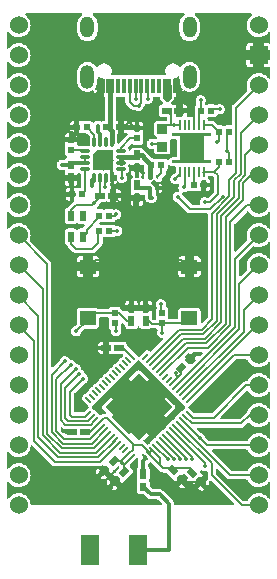
<source format=gtl>
G04 Layer: TopLayer*
G04 EasyEDA v6.5.50, 2025-05-29 20:10:11*
G04 51d2a156a5c9454999fc887beed5754f,29d699c3718f4358a2dc827e738e4458,10*
G04 Gerber Generator version 0.2*
G04 Scale: 100 percent, Rotated: No, Reflected: No *
G04 Dimensions in inches *
G04 leading zeros omitted , absolute positions ,3 integer and 6 decimal *
%FSLAX36Y36*%
%MOIN*%

%AMMACRO1*21,1,$1,$2,0,0,$3*%
%AMMACRO2*4,1,12,0.065,-0.05,-0.065,-0.05,-0.065,-0.04,-0.04,-0.04,-0.04,0.04,-0.065,0.04,-0.065,0.05,0.065,0.05,0.065,0.04,0.04,0.04,0.04,-0.04,0.065,-0.04,0.065,-0.05,0*%
%AMMACRO3*4,1,5,0.0335,0.0335,0.0335,-0.0335,-0.0335,-0.0335,-0.0335,0.0167,-0.0167,0.0335,0.0335,0.0335,0*%
%AMMACRO4*4,1,5,0.0039,-0.0079,-0.0039,-0.0079,-0.0039,0.002,0.002,0.0079,0.0039,0.0079,0.0039,-0.0079,0*%
%AMMACRO5*4,1,5,-0.0039,0.0079,0.0039,0.0079,0.0039,-0.002,-0.002,-0.0079,-0.0039,-0.0079,-0.0039,0.0079,0*%
%AMMACRO6*4,1,5,0.0039,0.0079,-0.0039,0.0079,-0.0039,-0.002,0.002,-0.0079,0.0039,-0.0079,0.0039,0.0079,0*%
%AMMACRO7*4,1,6,0.0039,0.001,0.0039,-0.0089,-0.0039,-0.0089,-0.0039,0.0089,-0.002,0.0069,0.0039,0.001,0.0039,0.001,0*%
%ADD10C,0.0138*%
%ADD11C,0.0079*%
%ADD12C,0.0197*%
%ADD13C,0.0157*%
%ADD14C,0.0118*%
%ADD15R,0.0118X0.0512*%
%ADD16MACRO1,0.0535X0.0484X0.0000*%
%ADD17MACRO1,0.0213X0.0311X41.9992*%
%ADD18MACRO1,0.0213X0.0223X90.0000*%
%ADD19MACRO1,0.0262X0.0079X135.0000*%
%ADD20MACRO1,0.0262X0.0079X135.0015*%
%ADD21MACRO1,0.0262X0.0079X134.9985*%
%ADD22MACRO1,0.0079X0.0262X135.0000*%
%ADD23MACRO1,0.0079X0.0262X135.0051*%
%ADD24MACRO1,0.0079X0.0262X134.9949*%
%ADD25MACRO1,0.1575X0.1575X135.0000*%
%ADD26MACRO1,0.0213X0.0311X90.0000*%
%ADD27MACRO1,0.034X0.0318X0.0000*%
%ADD28R,0.0340X0.0318*%
%ADD29R,0.0079X0.0335*%
%ADD30MACRO2*%
%ADD31O,0.033464999999999995X0.011024*%
%ADD32O,0.011024X0.033464999999999995*%
%ADD33MACRO3*%
%ADD34R,0.0217X0.0335*%
%ADD35R,0.0591X0.1024*%
%ADD36MACRO1,0.0177X0.0177X45.0000*%
%ADD37MACRO4*%
%ADD38MACRO5*%
%ADD39MACRO6*%
%ADD40MACRO7*%
%ADD41MACRO1,0.0213X0.0311X-90.0000*%
%ADD42MACRO1,0.0213X0.0311X0.0000*%
%ADD43R,0.0213X0.0311*%
%ADD44MACRO1,0.0213X0.0311X135.0000*%
%ADD45MACRO1,0.0213X0.0311X43.0006*%
%ADD46MACRO1,0.0213X0.0311X-45.0000*%
%ADD47MACRO1,0.0213X0.0223X-90.0000*%
%ADD48MACRO1,0.0213X0.0223X0.0000*%
%ADD49R,0.0213X0.0223*%
%ADD50O,0.047244X0.070866*%
%ADD51O,0.047244X0.07873999999999999*%
%ADD52C,0.0600*%
%ADD53R,0.0600X0.0600*%
%ADD54C,0.0240*%
%ADD55C,0.0138*%
%ADD56C,0.0169*%

%LPD*%
G36*
X99040Y-150260D02*
G01*
X97560Y-150140D01*
X96220Y-149500D01*
X93580Y-146760D01*
X91640Y-145560D01*
X89500Y-144800D01*
X87000Y-144520D01*
X65180Y-144520D01*
X62699Y-144800D01*
X60380Y-145620D01*
X59060Y-145840D01*
X57740Y-145620D01*
X55420Y-144800D01*
X52920Y-144520D01*
X48400Y-144520D01*
X46880Y-144220D01*
X45580Y-143360D01*
X22480Y-120280D01*
X19680Y-118180D01*
X17100Y-116840D01*
X15920Y-115920D01*
X15160Y-114600D01*
X14800Y-113580D01*
X13580Y-111640D01*
X11980Y-110040D01*
X10040Y-108820D01*
X7900Y-108059D01*
X5400Y-107780D01*
X-15400Y-107780D01*
X-17900Y-108059D01*
X-20040Y-108820D01*
X-21980Y-110040D01*
X-23580Y-111640D01*
X-24800Y-113580D01*
X-25400Y-115300D01*
X-26260Y-116720D01*
X-27639Y-117680D01*
X-29260Y-117980D01*
X-30880Y-117600D01*
X-32200Y-116600D01*
X-33000Y-115140D01*
X-33340Y-114060D01*
X-34780Y-111359D01*
X-35440Y-110540D01*
X-36160Y-109260D01*
X-36360Y-107820D01*
X-36020Y-106380D01*
X-35180Y-105180D01*
X-26780Y-96780D01*
X-25700Y-96000D01*
X-24400Y-95640D01*
X-23060Y-95700D01*
X-21820Y-96220D01*
X-20040Y-97340D01*
X-17900Y-98100D01*
X-15400Y-98379D01*
X5400Y-98379D01*
X7900Y-98100D01*
X10040Y-97340D01*
X11980Y-96120D01*
X13580Y-94520D01*
X14800Y-92579D01*
X15540Y-90440D01*
X15840Y-87960D01*
X15840Y-66120D01*
X15540Y-63640D01*
X14740Y-61320D01*
X14520Y-60000D01*
X14740Y-58680D01*
X15540Y-56360D01*
X15840Y-53880D01*
X15840Y-51020D01*
X2819Y-51020D01*
X2819Y-51700D01*
X2520Y-53240D01*
X1640Y-54540D01*
X340Y-55400D01*
X-1180Y-55700D01*
X-8820Y-55700D01*
X-10340Y-55400D01*
X-11640Y-54540D01*
X-12520Y-53240D01*
X-12820Y-51700D01*
X-12820Y-51020D01*
X-29820Y-51020D01*
X-31180Y-50800D01*
X-32360Y-50119D01*
X-33260Y-49080D01*
X-33760Y-47820D01*
X-48259Y-47820D01*
X-48259Y-60839D01*
X-43220Y-60839D01*
X-40599Y-60540D01*
X-38980Y-60679D01*
X-37560Y-61480D01*
X-36560Y-62779D01*
X-36160Y-64360D01*
X-36440Y-65980D01*
X-37340Y-67340D01*
X-63700Y-93699D01*
X-65060Y-94600D01*
X-66660Y-94880D01*
X-68240Y-94500D01*
X-69520Y-93520D01*
X-70340Y-92120D01*
X-70500Y-90360D01*
X-70500Y-64840D01*
X-70300Y-63580D01*
X-69720Y-62460D01*
X-68820Y-61560D01*
X-68820Y-47800D01*
X-70100Y-47460D01*
X-71200Y-46740D01*
X-72000Y-45679D01*
X-73200Y-43420D01*
X-74900Y-41160D01*
X-75500Y-40020D01*
X-75700Y-38740D01*
X-75700Y-36180D01*
X-75400Y-34660D01*
X-74540Y-33360D01*
X-73240Y-32480D01*
X-71700Y-32180D01*
X-68820Y-32180D01*
X-68820Y-19180D01*
X-72420Y-19180D01*
X-73960Y-18860D01*
X-75260Y-18000D01*
X-76120Y-16700D01*
X-76420Y-15180D01*
X-76420Y57820D01*
X-76120Y59360D01*
X-75260Y60660D01*
X-73960Y61520D01*
X-72420Y61820D01*
X-63220Y61820D01*
X-60740Y62100D01*
X-59060Y62460D01*
X-57380Y62100D01*
X-54900Y61820D01*
X-47640Y61820D01*
X-46100Y61520D01*
X-44800Y60660D01*
X-43940Y59360D01*
X-43640Y57820D01*
X-43640Y45400D01*
X-43300Y42260D01*
X-42400Y39460D01*
X-40900Y36860D01*
X-39380Y35100D01*
X-25940Y21660D01*
X-23480Y19660D01*
X-20860Y18320D01*
X-17960Y17540D01*
X-15640Y17360D01*
X-10720Y17360D01*
X-9040Y16980D01*
X-5560Y15360D01*
X-2420Y14600D01*
X820Y14440D01*
X4020Y14900D01*
X7100Y15960D01*
X9900Y17580D01*
X12360Y19720D01*
X14360Y22260D01*
X15840Y25160D01*
X16480Y27280D01*
X16880Y28200D01*
X17480Y28980D01*
X19680Y31200D01*
X21680Y33640D01*
X23120Y36500D01*
X24260Y37860D01*
X25860Y38600D01*
X27639Y38560D01*
X29060Y38220D01*
X32300Y38060D01*
X35520Y38520D01*
X38580Y39580D01*
X41400Y41220D01*
X43860Y43339D01*
X45860Y45880D01*
X47340Y48780D01*
X48259Y51880D01*
X48560Y55119D01*
X48339Y57440D01*
X48540Y59080D01*
X49360Y60519D01*
X50700Y61480D01*
X52320Y61820D01*
X54880Y61820D01*
X57360Y62100D01*
X59040Y62460D01*
X60720Y62100D01*
X63200Y61820D01*
X66880Y61820D01*
X68300Y61580D01*
X69520Y60839D01*
X70400Y59740D01*
X70860Y58380D01*
X71000Y57280D01*
X72060Y54120D01*
X73680Y51220D01*
X75940Y48500D01*
X81780Y42660D01*
X82640Y41360D01*
X82960Y39820D01*
X82640Y38300D01*
X81780Y37000D01*
X80480Y36140D01*
X78960Y35820D01*
X78220Y35820D01*
X75720Y35540D01*
X73580Y34800D01*
X71640Y33580D01*
X70040Y31980D01*
X68820Y30040D01*
X68060Y27900D01*
X67780Y25400D01*
X67780Y4600D01*
X68060Y2100D01*
X68820Y-40D01*
X70040Y-1980D01*
X71640Y-3580D01*
X73580Y-4800D01*
X75720Y-5540D01*
X78220Y-5840D01*
X91440Y-5840D01*
X92960Y-6140D01*
X94260Y-7000D01*
X95140Y-8300D01*
X95440Y-9840D01*
X95440Y-14340D01*
X95160Y-15800D01*
X94380Y-17060D01*
X93180Y-17940D01*
X91740Y-18340D01*
X89220Y-18520D01*
X87600Y-18940D01*
X86600Y-19080D01*
X61960Y-19080D01*
X59460Y-19360D01*
X57320Y-20099D01*
X55380Y-21320D01*
X53780Y-22919D01*
X52560Y-24860D01*
X51820Y-27000D01*
X51540Y-29500D01*
X51540Y-60800D01*
X51820Y-63280D01*
X52560Y-65439D01*
X53780Y-67360D01*
X55380Y-68980D01*
X57320Y-70200D01*
X59700Y-71020D01*
X61100Y-71880D01*
X62060Y-73200D01*
X62380Y-74800D01*
X62060Y-76400D01*
X61100Y-77740D01*
X59700Y-78580D01*
X57320Y-79420D01*
X55480Y-80260D01*
X54040Y-80300D01*
X52100Y-79480D01*
X49020Y-78400D01*
X45820Y-77940D01*
X42580Y-78100D01*
X39420Y-78860D01*
X36460Y-80220D01*
X33820Y-82100D01*
X31580Y-84440D01*
X29820Y-87180D01*
X28620Y-90200D01*
X28000Y-93379D01*
X28000Y-96620D01*
X28620Y-99800D01*
X29820Y-102820D01*
X31580Y-105559D01*
X33820Y-107899D01*
X36460Y-109780D01*
X39420Y-111140D01*
X42580Y-111900D01*
X45820Y-112060D01*
X46960Y-111880D01*
X48660Y-112000D01*
X50160Y-112820D01*
X51180Y-114179D01*
X51540Y-115840D01*
X51540Y-120100D01*
X51820Y-122600D01*
X52560Y-124740D01*
X53780Y-126679D01*
X55380Y-128280D01*
X57320Y-129500D01*
X59460Y-130260D01*
X61960Y-130540D01*
X95520Y-130540D01*
X98020Y-130260D01*
X100160Y-129500D01*
X102100Y-128280D01*
X103699Y-126679D01*
X104920Y-124740D01*
X105660Y-122600D01*
X105940Y-120100D01*
X105940Y-88800D01*
X105660Y-86320D01*
X105360Y-85420D01*
X105140Y-83820D01*
X105559Y-82280D01*
X106560Y-81020D01*
X107980Y-80260D01*
X109580Y-80120D01*
X112380Y-80440D01*
X122960Y-80440D01*
X124480Y-80740D01*
X125780Y-81600D01*
X126660Y-82899D01*
X126960Y-84440D01*
X126960Y-136040D01*
X126660Y-137560D01*
X125780Y-138860D01*
X124480Y-139720D01*
X122960Y-140040D01*
X112380Y-140040D01*
X109900Y-140320D01*
X107739Y-141060D01*
X105820Y-142280D01*
X104200Y-143900D01*
X103000Y-145820D01*
X102360Y-147600D01*
X101620Y-148900D01*
X100460Y-149820D01*
G37*

%LPC*%
G36*
X2819Y-34900D02*
G01*
X15840Y-34900D01*
X15840Y-32040D01*
X15540Y-29560D01*
X14800Y-27420D01*
X13580Y-25480D01*
X11980Y-23880D01*
X10040Y-22660D01*
X7900Y-21900D01*
X5400Y-21620D01*
X2819Y-21620D01*
G37*
G36*
X-25000Y-34900D02*
G01*
X-12820Y-34900D01*
X-12820Y-21620D01*
X-15400Y-21620D01*
X-17900Y-21900D01*
X-20040Y-22660D01*
X-21980Y-23880D01*
X-23580Y-25480D01*
X-24800Y-27420D01*
X-25240Y-28680D01*
X-26020Y-30000D01*
X-27220Y-30920D01*
X-28700Y-31340D01*
X-30219Y-31160D01*
X-31560Y-30440D01*
X-32540Y-29260D01*
X-32980Y-27799D01*
X-33060Y-27100D01*
X-33820Y-24960D01*
X-35040Y-23020D01*
X-36640Y-21420D01*
X-38580Y-20200D01*
X-40720Y-19460D01*
X-43220Y-19180D01*
X-48259Y-19180D01*
X-48259Y-32180D01*
X-28780Y-32180D01*
X-27180Y-32519D01*
X-25840Y-33480D01*
G37*

%LPD*%
G36*
X-118760Y-184400D02*
G01*
X-120000Y-183980D01*
X-121940Y-182940D01*
X-124880Y-182040D01*
X-127940Y-181740D01*
X-131000Y-182040D01*
X-132180Y-182399D01*
X-133660Y-182560D01*
X-135080Y-182160D01*
X-136280Y-181280D01*
X-137060Y-180020D01*
X-137340Y-178560D01*
X-137340Y-168840D01*
X-147080Y-168840D01*
X-148540Y-168560D01*
X-149800Y-167780D01*
X-150680Y-166580D01*
X-151060Y-165140D01*
X-150900Y-163680D01*
X-150560Y-162500D01*
X-150240Y-159440D01*
X-150560Y-156380D01*
X-151440Y-153440D01*
X-152480Y-151480D01*
X-152900Y-150260D01*
X-152900Y-148960D01*
X-152480Y-147720D01*
X-151440Y-145760D01*
X-150560Y-142820D01*
X-150240Y-139760D01*
X-150560Y-136700D01*
X-150900Y-135520D01*
X-151060Y-134060D01*
X-150680Y-132620D01*
X-149800Y-131440D01*
X-148540Y-130640D01*
X-147080Y-130360D01*
X-137340Y-130360D01*
X-137340Y-120620D01*
X-137060Y-119179D01*
X-136280Y-117920D01*
X-135080Y-117020D01*
X-133660Y-116640D01*
X-132180Y-116800D01*
X-131000Y-117160D01*
X-127940Y-117460D01*
X-124880Y-117160D01*
X-121940Y-116260D01*
X-120000Y-115220D01*
X-118760Y-114800D01*
X-117460Y-114800D01*
X-116220Y-115220D01*
X-114280Y-116260D01*
X-111320Y-117160D01*
X-108260Y-117460D01*
X-105200Y-117160D01*
X-104040Y-116800D01*
X-102560Y-116640D01*
X-101120Y-117020D01*
X-99940Y-117920D01*
X-99140Y-119160D01*
X-98880Y-120620D01*
X-98880Y-130360D01*
X-89140Y-130360D01*
X-87680Y-130640D01*
X-86420Y-131440D01*
X-85540Y-132620D01*
X-85140Y-134060D01*
X-85300Y-135520D01*
X-85660Y-136700D01*
X-85960Y-139760D01*
X-85660Y-142820D01*
X-84780Y-145760D01*
X-83720Y-147720D01*
X-83300Y-148960D01*
X-83300Y-150260D01*
X-83720Y-151480D01*
X-84780Y-153440D01*
X-85660Y-156380D01*
X-85960Y-159440D01*
X-85660Y-162500D01*
X-85300Y-163680D01*
X-85140Y-165140D01*
X-85540Y-166580D01*
X-86420Y-167780D01*
X-87680Y-168560D01*
X-89140Y-168840D01*
X-98880Y-168840D01*
X-98880Y-178560D01*
X-99140Y-180020D01*
X-99940Y-181280D01*
X-101120Y-182160D01*
X-102560Y-182560D01*
X-104040Y-182399D01*
X-105200Y-182040D01*
X-108260Y-181740D01*
X-111320Y-182040D01*
X-114280Y-182940D01*
X-116220Y-183980D01*
X-117460Y-184400D01*
G37*

%LPD*%
G36*
X15380Y-211660D02*
G01*
X13779Y-211380D01*
X12420Y-210479D01*
X11980Y-210040D01*
X8520Y-207940D01*
X7560Y-206600D01*
X7240Y-205000D01*
X7560Y-203400D01*
X8520Y-202060D01*
X11980Y-199960D01*
X13600Y-198780D01*
X15120Y-198480D01*
X16660Y-198780D01*
X17960Y-199640D01*
X18820Y-200940D01*
X19120Y-202480D01*
X19120Y-206100D01*
X19240Y-207280D01*
X19060Y-208900D01*
X18240Y-210300D01*
X16960Y-211280D01*
G37*

%LPD*%
G36*
X180520Y-298860D02*
G01*
X178980Y-298560D01*
X177680Y-297700D01*
X148060Y-268080D01*
X147460Y-267280D01*
X146840Y-265660D01*
X145380Y-262800D01*
X144940Y-261200D01*
X145200Y-259560D01*
X146080Y-258160D01*
X147480Y-257240D01*
X149120Y-256980D01*
X150820Y-257060D01*
X154020Y-256600D01*
X157100Y-255520D01*
X159900Y-253900D01*
X162380Y-251759D01*
X163860Y-250960D01*
X165539Y-250820D01*
X167120Y-251400D01*
X168200Y-252079D01*
X170340Y-252840D01*
X172840Y-253120D01*
X194660Y-253120D01*
X197140Y-252840D01*
X199460Y-252020D01*
X200780Y-251800D01*
X202100Y-252020D01*
X204420Y-252840D01*
X206920Y-253120D01*
X209760Y-253120D01*
X209760Y-240100D01*
X209080Y-240100D01*
X207560Y-239800D01*
X206260Y-238920D01*
X205380Y-237620D01*
X205080Y-236100D01*
X205080Y-228460D01*
X205380Y-226940D01*
X206260Y-225640D01*
X207560Y-224780D01*
X209080Y-224460D01*
X209760Y-224460D01*
X209760Y-218939D01*
X210060Y-217399D01*
X210940Y-216100D01*
X212220Y-215240D01*
X213760Y-214940D01*
X220240Y-214940D01*
X221439Y-214800D01*
X223100Y-214960D01*
X224560Y-215780D01*
X225539Y-217140D01*
X225900Y-218760D01*
X225900Y-224460D01*
X239160Y-224460D01*
X239160Y-221880D01*
X238880Y-219380D01*
X238120Y-217240D01*
X236920Y-215300D01*
X235300Y-213700D01*
X233380Y-212480D01*
X231439Y-211480D01*
X230500Y-210240D01*
X230100Y-208720D01*
X230539Y-205680D01*
X230960Y-204300D01*
X231840Y-203160D01*
X233080Y-202399D01*
X234500Y-202140D01*
X244480Y-202140D01*
X246020Y-202440D01*
X247320Y-203299D01*
X249700Y-205680D01*
X250560Y-206980D01*
X250859Y-208520D01*
X250859Y-255479D01*
X250560Y-257020D01*
X249700Y-258320D01*
X233720Y-274300D01*
X232260Y-275220D01*
X230539Y-275440D01*
X228880Y-274920D01*
X228100Y-274480D01*
X225020Y-273400D01*
X221820Y-272940D01*
X218580Y-273100D01*
X215420Y-273860D01*
X212460Y-275220D01*
X209820Y-277100D01*
X207580Y-279440D01*
X205820Y-282180D01*
X204620Y-285200D01*
X204000Y-288380D01*
X204000Y-291620D01*
X204480Y-294100D01*
X204440Y-295860D01*
X203640Y-297400D01*
X202260Y-298480D01*
X200560Y-298860D01*
G37*

%LPC*%
G36*
X225900Y-253120D02*
G01*
X228740Y-253120D01*
X231220Y-252840D01*
X233380Y-252079D01*
X235300Y-250859D01*
X236920Y-249259D01*
X238120Y-247320D01*
X238880Y-245180D01*
X239160Y-242680D01*
X239160Y-240100D01*
X225900Y-240100D01*
G37*

%LPD*%
G36*
X323140Y-455220D02*
G01*
X321599Y-454900D01*
X320300Y-454040D01*
X319440Y-452740D01*
X319140Y-451220D01*
X319140Y-363920D01*
X319440Y-362380D01*
X320300Y-361079D01*
X360160Y-321220D01*
X361360Y-320400D01*
X362760Y-320060D01*
X364200Y-320240D01*
X365480Y-320920D01*
X366440Y-322020D01*
X366860Y-322740D01*
X370200Y-326960D01*
X374060Y-330680D01*
X378380Y-333880D01*
X383080Y-336460D01*
X388100Y-338380D01*
X393320Y-339620D01*
X398660Y-340160D01*
X404020Y-339980D01*
X409320Y-339099D01*
X414440Y-337500D01*
X419320Y-335240D01*
X423840Y-332360D01*
X427939Y-328880D01*
X431540Y-324900D01*
X432500Y-323500D01*
X433720Y-322360D01*
X435319Y-321800D01*
X436980Y-321960D01*
X438440Y-322780D01*
X439440Y-324120D01*
X439799Y-325780D01*
X439799Y-374219D01*
X439440Y-375860D01*
X438440Y-377220D01*
X436980Y-378040D01*
X435319Y-378200D01*
X433720Y-377640D01*
X432500Y-376480D01*
X431540Y-375080D01*
X427939Y-371100D01*
X423840Y-367640D01*
X419320Y-364760D01*
X414440Y-362500D01*
X409320Y-360900D01*
X404020Y-360000D01*
X398660Y-359820D01*
X393320Y-360360D01*
X388100Y-361620D01*
X383080Y-363540D01*
X378380Y-366120D01*
X374060Y-369300D01*
X370200Y-373040D01*
X366860Y-377260D01*
X364120Y-381880D01*
X362040Y-386820D01*
X360620Y-392000D01*
X359900Y-397320D01*
X359900Y-402680D01*
X360620Y-408000D01*
X362040Y-413180D01*
X362400Y-414060D01*
X362720Y-415600D01*
X362420Y-417140D01*
X361560Y-418459D01*
X325959Y-454040D01*
X324660Y-454900D01*
G37*

%LPD*%
G36*
X339140Y-536820D02*
G01*
X337600Y-536500D01*
X336300Y-535640D01*
X335439Y-534340D01*
X335140Y-532820D01*
X335140Y-486520D01*
X335439Y-484980D01*
X336300Y-483680D01*
X381580Y-438420D01*
X382840Y-437560D01*
X384340Y-437239D01*
X385840Y-437520D01*
X388100Y-438380D01*
X393320Y-439620D01*
X398660Y-440160D01*
X404020Y-439980D01*
X409320Y-439099D01*
X414440Y-437500D01*
X419320Y-435240D01*
X423840Y-432360D01*
X427939Y-428880D01*
X431540Y-424900D01*
X432500Y-423500D01*
X433720Y-422360D01*
X435319Y-421800D01*
X436980Y-421960D01*
X438440Y-422780D01*
X439440Y-424120D01*
X439799Y-425780D01*
X439799Y-474219D01*
X439440Y-475860D01*
X438440Y-477220D01*
X436980Y-478040D01*
X435319Y-478200D01*
X433720Y-477640D01*
X432500Y-476480D01*
X431540Y-475080D01*
X427939Y-471100D01*
X423840Y-467640D01*
X419320Y-464760D01*
X414440Y-462500D01*
X409320Y-460900D01*
X404020Y-460000D01*
X398660Y-459820D01*
X393320Y-460360D01*
X388100Y-461620D01*
X383080Y-463540D01*
X378380Y-466120D01*
X374060Y-469300D01*
X370200Y-473040D01*
X366860Y-477260D01*
X364120Y-481880D01*
X362040Y-486820D01*
X360620Y-492000D01*
X359900Y-497320D01*
X359900Y-502680D01*
X360620Y-508000D01*
X361940Y-512819D01*
X362060Y-514200D01*
X361700Y-515560D01*
X360900Y-516700D01*
X341960Y-535640D01*
X340660Y-536500D01*
G37*

%LPD*%
G36*
X177320Y-829140D02*
G01*
X175780Y-828820D01*
X174480Y-827960D01*
X170920Y-824380D01*
X168880Y-826440D01*
X167580Y-827300D01*
X166040Y-827600D01*
X164520Y-827300D01*
X163220Y-826440D01*
X157820Y-821040D01*
X156960Y-819740D01*
X156640Y-818199D01*
X156960Y-816680D01*
X157820Y-815380D01*
X159860Y-813340D01*
X155640Y-809120D01*
X154780Y-807820D01*
X154460Y-806280D01*
X154780Y-804760D01*
X155640Y-803460D01*
X164520Y-794580D01*
X165820Y-793720D01*
X167340Y-793400D01*
X168880Y-793720D01*
X170180Y-794580D01*
X174400Y-798800D01*
X182880Y-790300D01*
X184180Y-789440D01*
X185720Y-789140D01*
X209320Y-789140D01*
X210840Y-789440D01*
X212140Y-790300D01*
X213000Y-791600D01*
X213320Y-793139D01*
X213000Y-794659D01*
X212140Y-795960D01*
X205440Y-802660D01*
X204040Y-803580D01*
X202399Y-803820D01*
X200780Y-803379D01*
X199480Y-802340D01*
X198220Y-800740D01*
X196400Y-798920D01*
X185440Y-809860D01*
X189020Y-813420D01*
X189880Y-814720D01*
X190200Y-816260D01*
X189880Y-817780D01*
X189020Y-819080D01*
X180140Y-827960D01*
X178840Y-828820D01*
G37*

%LPD*%
G36*
X-210159Y-990860D02*
G01*
X-211700Y-990560D01*
X-213000Y-989700D01*
X-213860Y-988400D01*
X-214160Y-986860D01*
X-214160Y-928820D01*
X-213860Y-927280D01*
X-213000Y-925980D01*
X-182480Y-895480D01*
X-180960Y-894520D01*
X-177940Y-893480D01*
X-175140Y-891860D01*
X-172680Y-889740D01*
X-170680Y-887180D01*
X-169200Y-884300D01*
X-168280Y-881180D01*
X-167960Y-877960D01*
X-168280Y-874720D01*
X-169200Y-871600D01*
X-170680Y-868720D01*
X-172680Y-866180D01*
X-175140Y-864040D01*
X-178080Y-862340D01*
X-179060Y-861540D01*
X-179740Y-860480D01*
X-180080Y-858980D01*
X-181000Y-855860D01*
X-182480Y-852980D01*
X-184500Y-850420D01*
X-186940Y-848300D01*
X-190180Y-846460D01*
X-191160Y-845660D01*
X-191860Y-844599D01*
X-192240Y-842760D01*
X-193160Y-839659D01*
X-194640Y-836780D01*
X-196640Y-834220D01*
X-199100Y-832099D01*
X-201900Y-830480D01*
X-204980Y-829400D01*
X-206680Y-829160D01*
X-208120Y-828660D01*
X-209259Y-827680D01*
X-209960Y-826340D01*
X-210159Y-825660D01*
X-211640Y-822780D01*
X-213640Y-820220D01*
X-216100Y-818100D01*
X-218900Y-816480D01*
X-221980Y-815400D01*
X-225180Y-814940D01*
X-227340Y-814760D01*
X-228640Y-814000D01*
X-229579Y-812820D01*
X-230640Y-810780D01*
X-232640Y-808220D01*
X-235100Y-806100D01*
X-237900Y-804479D01*
X-240980Y-803400D01*
X-244180Y-802940D01*
X-247420Y-803100D01*
X-250580Y-803860D01*
X-253540Y-805220D01*
X-256180Y-807099D01*
X-258420Y-809440D01*
X-260180Y-812180D01*
X-261820Y-816580D01*
X-262540Y-817540D01*
X-284040Y-839040D01*
X-285340Y-839900D01*
X-286860Y-840220D01*
X-288400Y-839900D01*
X-289700Y-839040D01*
X-290560Y-837740D01*
X-290860Y-836220D01*
X-290860Y-495200D01*
X-291200Y-492060D01*
X-292100Y-489260D01*
X-293600Y-486659D01*
X-295120Y-484900D01*
X-361560Y-418440D01*
X-362400Y-417220D01*
X-362740Y-415760D01*
X-362520Y-414300D01*
X-361240Y-410620D01*
X-360160Y-405360D01*
X-359799Y-400000D01*
X-360160Y-394640D01*
X-361240Y-389380D01*
X-363000Y-384300D01*
X-365420Y-379520D01*
X-368459Y-375080D01*
X-372060Y-371100D01*
X-376160Y-367640D01*
X-380680Y-364760D01*
X-385560Y-362500D01*
X-390680Y-360900D01*
X-395980Y-360000D01*
X-401340Y-359820D01*
X-406680Y-360360D01*
X-411900Y-361620D01*
X-416920Y-363540D01*
X-421620Y-366120D01*
X-425940Y-369300D01*
X-429799Y-373040D01*
X-432660Y-376640D01*
X-433920Y-377700D01*
X-435480Y-378160D01*
X-437120Y-377939D01*
X-438519Y-377100D01*
X-439460Y-375780D01*
X-439799Y-374159D01*
X-439799Y-325820D01*
X-439460Y-324219D01*
X-438519Y-322879D01*
X-437120Y-322040D01*
X-435480Y-321840D01*
X-433920Y-322299D01*
X-432660Y-323340D01*
X-429799Y-326960D01*
X-425940Y-330700D01*
X-421620Y-333880D01*
X-416920Y-336460D01*
X-411900Y-338380D01*
X-406680Y-339620D01*
X-401340Y-340160D01*
X-395980Y-339980D01*
X-390680Y-339099D01*
X-385560Y-337500D01*
X-380680Y-335240D01*
X-376160Y-332360D01*
X-372060Y-328880D01*
X-368459Y-324900D01*
X-365420Y-320480D01*
X-363000Y-315680D01*
X-361240Y-310620D01*
X-360160Y-305360D01*
X-359799Y-300000D01*
X-360160Y-294640D01*
X-361240Y-289380D01*
X-363000Y-284300D01*
X-365420Y-279520D01*
X-368459Y-275080D01*
X-372060Y-271100D01*
X-376160Y-267640D01*
X-380680Y-264760D01*
X-385560Y-262500D01*
X-390680Y-260900D01*
X-395980Y-260000D01*
X-401340Y-259820D01*
X-406680Y-260360D01*
X-411900Y-261620D01*
X-416920Y-263540D01*
X-421620Y-266120D01*
X-425940Y-269300D01*
X-429799Y-273040D01*
X-432660Y-276640D01*
X-433920Y-277700D01*
X-435480Y-278160D01*
X-437120Y-277940D01*
X-438519Y-277100D01*
X-439460Y-275780D01*
X-439799Y-274160D01*
X-439799Y-225820D01*
X-439460Y-224220D01*
X-438519Y-222900D01*
X-437120Y-222040D01*
X-435480Y-221840D01*
X-433920Y-222300D01*
X-432660Y-223340D01*
X-429799Y-226960D01*
X-425940Y-230700D01*
X-421620Y-233880D01*
X-416920Y-236460D01*
X-411900Y-238380D01*
X-406680Y-239640D01*
X-401340Y-240159D01*
X-395980Y-239980D01*
X-390680Y-239100D01*
X-385560Y-237500D01*
X-380680Y-235240D01*
X-376160Y-232360D01*
X-372060Y-228880D01*
X-368459Y-224899D01*
X-365420Y-220479D01*
X-363000Y-215680D01*
X-361240Y-210620D01*
X-360160Y-205360D01*
X-359799Y-200000D01*
X-360160Y-194640D01*
X-361240Y-189380D01*
X-363000Y-184300D01*
X-365420Y-179520D01*
X-368459Y-175100D01*
X-372060Y-171100D01*
X-376160Y-167640D01*
X-380680Y-164760D01*
X-385560Y-162500D01*
X-390680Y-160900D01*
X-395980Y-160000D01*
X-401340Y-159840D01*
X-406680Y-160360D01*
X-411900Y-161620D01*
X-416920Y-163540D01*
X-421620Y-166119D01*
X-425940Y-169300D01*
X-429799Y-173039D01*
X-432660Y-176640D01*
X-433920Y-177700D01*
X-435480Y-178160D01*
X-437120Y-177940D01*
X-438519Y-177100D01*
X-439460Y-175780D01*
X-439799Y-174180D01*
X-439799Y-125820D01*
X-439460Y-124220D01*
X-438519Y-122899D01*
X-437120Y-122040D01*
X-435480Y-121840D01*
X-433920Y-122300D01*
X-432660Y-123340D01*
X-429799Y-126960D01*
X-425940Y-130700D01*
X-421620Y-133880D01*
X-416920Y-136460D01*
X-411900Y-138380D01*
X-406680Y-139640D01*
X-401340Y-140160D01*
X-395980Y-139980D01*
X-390680Y-139100D01*
X-385560Y-137500D01*
X-380680Y-135240D01*
X-376160Y-132360D01*
X-372060Y-128880D01*
X-368459Y-124900D01*
X-365420Y-120480D01*
X-363000Y-115680D01*
X-361240Y-110620D01*
X-360160Y-105360D01*
X-359799Y-100000D01*
X-360160Y-94640D01*
X-361240Y-89380D01*
X-363000Y-84300D01*
X-365420Y-79520D01*
X-368459Y-75100D01*
X-372060Y-71100D01*
X-376160Y-67640D01*
X-380680Y-64760D01*
X-385560Y-62500D01*
X-390680Y-60900D01*
X-395980Y-60000D01*
X-401340Y-59840D01*
X-406680Y-60359D01*
X-411900Y-61620D01*
X-416920Y-63540D01*
X-421620Y-66120D01*
X-425940Y-69300D01*
X-429799Y-73040D01*
X-432660Y-76640D01*
X-433920Y-77700D01*
X-435480Y-78160D01*
X-437120Y-77940D01*
X-438519Y-77100D01*
X-439460Y-75780D01*
X-439799Y-74180D01*
X-439799Y-25820D01*
X-439460Y-24220D01*
X-438519Y-22900D01*
X-437120Y-22040D01*
X-435480Y-21840D01*
X-433920Y-22300D01*
X-432660Y-23340D01*
X-429799Y-26960D01*
X-425940Y-30700D01*
X-421620Y-33880D01*
X-416920Y-36460D01*
X-411900Y-38380D01*
X-406680Y-39640D01*
X-401340Y-40160D01*
X-395980Y-39980D01*
X-390680Y-39100D01*
X-385560Y-37500D01*
X-380680Y-35240D01*
X-376160Y-32360D01*
X-372060Y-28880D01*
X-368459Y-24900D01*
X-365420Y-20480D01*
X-363000Y-15680D01*
X-361240Y-10620D01*
X-360160Y-5360D01*
X-359799Y0D01*
X-360160Y5360D01*
X-361240Y10620D01*
X-363000Y15700D01*
X-365420Y20480D01*
X-368459Y24900D01*
X-372060Y28900D01*
X-376160Y32360D01*
X-380680Y35240D01*
X-385560Y37500D01*
X-390680Y39100D01*
X-395980Y40000D01*
X-401340Y40160D01*
X-406680Y39640D01*
X-411900Y38380D01*
X-416920Y36460D01*
X-421620Y33880D01*
X-425940Y30700D01*
X-429799Y26960D01*
X-432660Y23360D01*
X-433920Y22300D01*
X-435480Y21840D01*
X-437120Y22060D01*
X-438519Y22900D01*
X-439460Y24220D01*
X-439799Y25820D01*
X-439799Y74180D01*
X-439460Y75780D01*
X-438519Y77100D01*
X-437120Y77960D01*
X-435480Y78160D01*
X-433920Y77700D01*
X-432660Y76660D01*
X-429799Y73040D01*
X-425940Y69300D01*
X-421620Y66120D01*
X-416920Y63540D01*
X-411900Y61620D01*
X-406680Y60359D01*
X-401340Y59840D01*
X-395980Y60020D01*
X-390680Y60900D01*
X-385560Y62500D01*
X-380680Y64760D01*
X-376160Y67640D01*
X-372060Y71120D01*
X-368459Y75100D01*
X-365420Y79520D01*
X-363000Y84320D01*
X-361240Y89380D01*
X-360160Y94640D01*
X-359799Y100000D01*
X-360160Y105360D01*
X-361240Y110620D01*
X-363000Y115700D01*
X-365420Y120480D01*
X-368459Y124900D01*
X-372060Y128900D01*
X-376160Y132360D01*
X-380680Y135240D01*
X-385560Y137500D01*
X-390680Y139100D01*
X-395980Y140000D01*
X-401340Y140160D01*
X-406680Y139640D01*
X-411900Y138380D01*
X-416920Y136460D01*
X-421620Y133880D01*
X-425940Y130700D01*
X-429799Y126960D01*
X-432660Y123360D01*
X-433920Y122300D01*
X-435480Y121840D01*
X-437120Y122060D01*
X-438519Y122899D01*
X-439460Y124220D01*
X-439799Y125820D01*
X-439799Y174180D01*
X-439460Y175780D01*
X-438519Y177100D01*
X-437120Y177960D01*
X-435480Y178160D01*
X-433920Y177700D01*
X-432660Y176660D01*
X-429799Y173039D01*
X-425940Y169300D01*
X-421620Y166119D01*
X-416920Y163540D01*
X-411900Y161620D01*
X-406680Y160360D01*
X-401340Y159840D01*
X-395980Y160020D01*
X-390680Y160900D01*
X-385560Y162500D01*
X-380680Y164760D01*
X-376160Y167640D01*
X-372060Y171100D01*
X-368459Y175100D01*
X-365420Y179520D01*
X-363000Y184300D01*
X-361240Y189380D01*
X-360160Y194640D01*
X-359799Y200000D01*
X-360160Y205360D01*
X-361240Y210620D01*
X-363000Y215700D01*
X-365420Y220479D01*
X-368459Y224899D01*
X-372060Y228900D01*
X-376160Y232360D01*
X-380680Y235240D01*
X-385560Y237500D01*
X-390680Y239100D01*
X-395980Y239980D01*
X-401340Y240159D01*
X-406680Y239640D01*
X-411900Y238380D01*
X-416920Y236460D01*
X-421620Y233880D01*
X-425940Y230700D01*
X-429799Y226960D01*
X-432660Y223340D01*
X-433920Y222300D01*
X-435480Y221840D01*
X-437120Y222040D01*
X-438519Y222900D01*
X-439460Y224220D01*
X-439799Y225820D01*
X-439799Y274180D01*
X-439460Y275780D01*
X-438519Y277100D01*
X-437120Y277960D01*
X-435480Y278160D01*
X-433920Y277700D01*
X-432660Y276660D01*
X-429799Y273040D01*
X-425940Y269300D01*
X-421620Y266120D01*
X-416920Y263540D01*
X-411900Y261620D01*
X-406680Y260360D01*
X-401340Y259840D01*
X-395980Y260000D01*
X-390680Y260900D01*
X-385560Y262500D01*
X-380680Y264760D01*
X-376160Y267640D01*
X-372060Y271100D01*
X-368459Y275100D01*
X-365420Y279520D01*
X-363000Y284300D01*
X-361240Y289380D01*
X-360160Y294640D01*
X-359799Y300000D01*
X-360160Y305360D01*
X-361240Y310620D01*
X-363000Y315680D01*
X-365420Y320480D01*
X-368459Y324900D01*
X-372060Y328880D01*
X-376280Y332420D01*
X-377480Y333620D01*
X-378080Y335220D01*
X-377960Y336920D01*
X-377140Y338420D01*
X-375780Y339440D01*
X-374120Y339799D01*
X-191080Y339799D01*
X-189460Y339460D01*
X-188120Y338480D01*
X-187280Y337060D01*
X-187100Y335420D01*
X-187600Y333840D01*
X-188680Y332600D01*
X-192420Y329799D01*
X-195840Y326380D01*
X-198720Y322520D01*
X-201040Y318280D01*
X-202719Y313760D01*
X-203760Y309060D01*
X-204100Y304100D01*
X-204100Y280760D01*
X-203760Y275820D01*
X-202719Y271100D01*
X-201040Y266580D01*
X-198720Y262340D01*
X-195840Y258480D01*
X-192420Y255060D01*
X-188560Y252180D01*
X-184320Y249860D01*
X-179800Y248180D01*
X-175100Y247160D01*
X-170280Y246820D01*
X-165479Y247160D01*
X-160760Y248180D01*
X-156240Y249860D01*
X-152000Y252180D01*
X-148140Y255060D01*
X-144740Y258480D01*
X-141840Y262340D01*
X-139520Y266580D01*
X-137840Y271100D01*
X-136820Y275820D01*
X-136460Y280760D01*
X-136460Y304100D01*
X-136820Y309060D01*
X-137840Y313760D01*
X-139520Y318280D01*
X-141840Y322520D01*
X-144740Y326380D01*
X-148140Y329799D01*
X-151880Y332600D01*
X-152980Y333840D01*
X-153460Y335420D01*
X-153280Y337060D01*
X-152440Y338480D01*
X-151100Y339460D01*
X-149480Y339799D01*
X149460Y339799D01*
X151080Y339460D01*
X152420Y338480D01*
X153260Y337060D01*
X153440Y335420D01*
X152960Y333840D01*
X151860Y332600D01*
X148120Y329799D01*
X144720Y326380D01*
X141820Y322520D01*
X139500Y318280D01*
X137820Y313760D01*
X136800Y309060D01*
X136440Y304100D01*
X136440Y280760D01*
X136800Y275820D01*
X137820Y271100D01*
X139500Y266580D01*
X141820Y262340D01*
X144720Y258480D01*
X148120Y255060D01*
X151980Y252180D01*
X156220Y249860D01*
X160740Y248180D01*
X165460Y247160D01*
X170260Y246820D01*
X175080Y247160D01*
X179780Y248180D01*
X184300Y249860D01*
X188540Y252180D01*
X192399Y255060D01*
X195820Y258480D01*
X198700Y262340D01*
X201020Y266580D01*
X202700Y271100D01*
X203740Y275820D01*
X204080Y280760D01*
X204080Y304100D01*
X203740Y309060D01*
X202700Y313760D01*
X201020Y318280D01*
X198700Y322520D01*
X195820Y326380D01*
X192399Y329799D01*
X188660Y332600D01*
X187580Y333840D01*
X187079Y335420D01*
X187260Y337060D01*
X188100Y338480D01*
X189440Y339460D01*
X191060Y339799D01*
X374240Y339799D01*
X375860Y339460D01*
X377200Y338480D01*
X378040Y337040D01*
X378220Y335400D01*
X377720Y333820D01*
X376620Y332580D01*
X374060Y330700D01*
X370200Y326960D01*
X366860Y322740D01*
X364120Y318120D01*
X362040Y313180D01*
X360620Y308000D01*
X359900Y302680D01*
X359900Y297320D01*
X360620Y292000D01*
X362040Y286820D01*
X364120Y281880D01*
X366860Y277260D01*
X370200Y273040D01*
X374060Y269300D01*
X378380Y266120D01*
X383080Y263540D01*
X388100Y261620D01*
X393320Y260360D01*
X398660Y259840D01*
X404020Y260000D01*
X409320Y260900D01*
X414440Y262500D01*
X419320Y264760D01*
X423840Y267640D01*
X427939Y271100D01*
X431540Y275100D01*
X432500Y276480D01*
X433720Y277640D01*
X435319Y278200D01*
X436980Y278040D01*
X438440Y277220D01*
X439440Y275860D01*
X439799Y274220D01*
X439799Y242920D01*
X439520Y241439D01*
X438700Y240159D01*
X437460Y239280D01*
X435980Y238920D01*
X434480Y239140D01*
X432260Y239920D01*
X429780Y240200D01*
X417500Y240200D01*
X417500Y217500D01*
X435800Y217500D01*
X437320Y217200D01*
X438620Y216320D01*
X439500Y215040D01*
X439799Y213500D01*
X439799Y186500D01*
X439500Y184960D01*
X438620Y183680D01*
X437320Y182800D01*
X435800Y182500D01*
X417500Y182500D01*
X417500Y159800D01*
X429780Y159800D01*
X432260Y160080D01*
X434480Y160859D01*
X435980Y161080D01*
X437460Y160720D01*
X438700Y159840D01*
X439520Y158560D01*
X439799Y157080D01*
X439799Y125780D01*
X439440Y124120D01*
X438440Y122780D01*
X436980Y121960D01*
X435319Y121800D01*
X433720Y122360D01*
X432500Y123500D01*
X431540Y124900D01*
X427939Y128900D01*
X423840Y132360D01*
X419320Y135240D01*
X414440Y137500D01*
X409320Y139100D01*
X404020Y140000D01*
X398660Y140160D01*
X393320Y139640D01*
X388080Y138380D01*
X383080Y136460D01*
X378380Y133880D01*
X374040Y130700D01*
X370180Y126960D01*
X366860Y122739D01*
X364120Y118120D01*
X362020Y113180D01*
X360620Y108000D01*
X359900Y102680D01*
X359900Y97320D01*
X360620Y92000D01*
X362020Y86820D01*
X362400Y85940D01*
X362720Y84400D01*
X362420Y82860D01*
X361560Y81540D01*
X315160Y35140D01*
X313160Y32679D01*
X311820Y30059D01*
X311040Y27160D01*
X310860Y24840D01*
X310860Y-30179D01*
X310560Y-31700D01*
X309700Y-33000D01*
X308400Y-33860D01*
X306860Y-34180D01*
X291120Y-34180D01*
X288640Y-34460D01*
X286320Y-35260D01*
X285000Y-35480D01*
X283680Y-35260D01*
X281360Y-34460D01*
X278880Y-34180D01*
X268780Y-34180D01*
X267240Y-33860D01*
X265960Y-33000D01*
X255580Y-22639D01*
X253120Y-20640D01*
X250500Y-19300D01*
X247600Y-18520D01*
X245280Y-18340D01*
X234500Y-18340D01*
X233080Y-18080D01*
X231840Y-17320D01*
X230960Y-16180D01*
X230539Y-14800D01*
X230380Y-13480D01*
X229579Y-11160D01*
X229360Y-9660D01*
X229700Y-8179D01*
X230580Y-6939D01*
X231860Y-6120D01*
X233340Y-5840D01*
X252960Y-5840D01*
X255440Y-5540D01*
X257580Y-4800D01*
X259520Y-3580D01*
X261119Y-1980D01*
X262340Y-40D01*
X263300Y1880D01*
X264440Y2800D01*
X265820Y3240D01*
X270820Y2940D01*
X274020Y3400D01*
X277100Y4480D01*
X279900Y6100D01*
X282360Y8220D01*
X284360Y10780D01*
X285840Y13660D01*
X286760Y16760D01*
X287080Y20000D01*
X286760Y23240D01*
X285840Y26340D01*
X284360Y29220D01*
X282360Y31780D01*
X279900Y33900D01*
X277100Y35520D01*
X274020Y36600D01*
X270820Y37060D01*
X267580Y36900D01*
X264420Y36140D01*
X261200Y34660D01*
X259680Y34300D01*
X258160Y34540D01*
X255400Y35560D01*
X252960Y35820D01*
X231119Y35820D01*
X228640Y35540D01*
X226780Y34900D01*
X225320Y34680D01*
X223860Y35020D01*
X222620Y35860D01*
X221800Y37100D01*
X221460Y38560D01*
X221540Y40820D01*
X221880Y41760D01*
X222840Y43660D01*
X223760Y46760D01*
X224080Y50000D01*
X223760Y53240D01*
X222840Y56340D01*
X221360Y59220D01*
X219360Y61780D01*
X216900Y63900D01*
X214100Y65519D01*
X211020Y66600D01*
X207820Y67060D01*
X204579Y66900D01*
X201420Y66140D01*
X198460Y64780D01*
X195820Y62900D01*
X193580Y60560D01*
X191820Y57820D01*
X190620Y54800D01*
X190000Y51620D01*
X190000Y48380D01*
X190620Y45199D01*
X191820Y42180D01*
X193000Y40080D01*
X193180Y39020D01*
X193220Y37620D01*
X193020Y36260D01*
X192360Y35040D01*
X191340Y34120D01*
X190479Y33580D01*
X188880Y31980D01*
X187659Y30040D01*
X186900Y27900D01*
X186620Y25400D01*
X186640Y-1520D01*
X186340Y-3060D01*
X185479Y-4360D01*
X184180Y-5240D01*
X182640Y-5540D01*
X181320Y-5540D01*
X178840Y-5820D01*
X177160Y-6180D01*
X175500Y-5820D01*
X173000Y-5540D01*
X165580Y-5540D01*
X163720Y-5440D01*
X162300Y-4680D01*
X161300Y-3420D01*
X160880Y-1860D01*
X161100Y-280D01*
X161940Y2100D01*
X162220Y4600D01*
X162220Y7180D01*
X146740Y7180D01*
X146740Y-1660D01*
X146380Y-3300D01*
X145400Y-4640D01*
X143960Y-5480D01*
X142280Y-5639D01*
X141500Y-5540D01*
X134080Y-5540D01*
X130000Y-6080D01*
X128520Y-5719D01*
X127300Y-4840D01*
X126480Y-3560D01*
X126180Y-2080D01*
X126180Y7180D01*
X123300Y7180D01*
X121760Y7480D01*
X120460Y8360D01*
X119600Y9660D01*
X119300Y11180D01*
X119300Y18820D01*
X119600Y20339D01*
X120460Y21640D01*
X121760Y22519D01*
X123300Y22820D01*
X126180Y22820D01*
X126180Y35820D01*
X121140Y35820D01*
X118640Y35540D01*
X116320Y34740D01*
X115000Y34520D01*
X113680Y34740D01*
X111359Y35540D01*
X110399Y35660D01*
X108980Y36100D01*
X107820Y37020D01*
X107080Y38300D01*
X106860Y39780D01*
X107180Y41220D01*
X108020Y42460D01*
X113680Y48140D01*
X115740Y50880D01*
X117220Y53860D01*
X118140Y57080D01*
X118240Y58200D01*
X118640Y59600D01*
X119540Y60780D01*
X120780Y61560D01*
X122220Y61820D01*
X126420Y61820D01*
X126420Y82320D01*
X122460Y82320D01*
X120940Y82640D01*
X119640Y83500D01*
X118760Y84800D01*
X118460Y86320D01*
X118460Y97400D01*
X118140Y100920D01*
X117220Y104120D01*
X116600Y105620D01*
X116480Y106540D01*
X116480Y119340D01*
X116720Y120680D01*
X117380Y121860D01*
X118400Y122760D01*
X119660Y123260D01*
X120700Y123480D01*
X122460Y123460D01*
X124040Y122660D01*
X125140Y121280D01*
X125520Y119560D01*
X125520Y112920D01*
X126420Y112920D01*
X126420Y123640D01*
X126600Y124840D01*
X127140Y125920D01*
X127960Y126800D01*
X129980Y128360D01*
X131580Y129120D01*
X133360Y129100D01*
X134960Y128320D01*
X136060Y126940D01*
X136440Y125200D01*
X136440Y112260D01*
X136800Y107300D01*
X137820Y102600D01*
X139500Y98080D01*
X141820Y93840D01*
X144720Y89980D01*
X145540Y89160D01*
X146400Y87860D01*
X146700Y86320D01*
X146400Y84800D01*
X145540Y83500D01*
X144240Y82620D01*
X142720Y82320D01*
X137340Y82320D01*
X137340Y61820D01*
X140040Y62100D01*
X142200Y62859D01*
X144120Y64080D01*
X145740Y65680D01*
X146960Y67620D01*
X147700Y69760D01*
X147980Y72260D01*
X147980Y79120D01*
X148320Y80719D01*
X149280Y82060D01*
X150700Y82899D01*
X152320Y83100D01*
X153900Y82640D01*
X156220Y81359D01*
X160740Y79680D01*
X165460Y78660D01*
X170260Y78300D01*
X175080Y78660D01*
X179780Y79680D01*
X184300Y81359D01*
X188540Y83680D01*
X192399Y86560D01*
X195820Y89980D01*
X198700Y93840D01*
X201020Y98080D01*
X202700Y102600D01*
X203740Y107300D01*
X204080Y112260D01*
X204080Y143480D01*
X203740Y148420D01*
X202700Y153140D01*
X201020Y157660D01*
X198700Y161900D01*
X195820Y165760D01*
X192399Y169180D01*
X188540Y172060D01*
X184300Y174380D01*
X179780Y176060D01*
X175080Y177079D01*
X170260Y177420D01*
X165460Y177079D01*
X160740Y176060D01*
X156220Y174380D01*
X151980Y172060D01*
X148120Y169180D01*
X144720Y165760D01*
X141680Y161660D01*
X140620Y160400D01*
X139140Y159700D01*
X137520Y159620D01*
X135980Y160219D01*
X134820Y161380D01*
X133840Y162880D01*
X131060Y165920D01*
X127800Y168440D01*
X124179Y170400D01*
X120280Y171740D01*
X116220Y172420D01*
X112100Y172420D01*
X108040Y171740D01*
X104140Y170400D01*
X100520Y168440D01*
X97260Y165920D01*
X94480Y162880D01*
X92220Y159440D01*
X90559Y155660D01*
X89560Y151660D01*
X89200Y147560D01*
X89560Y143440D01*
X91100Y137480D01*
X90800Y135920D01*
X89940Y134600D01*
X88640Y133720D01*
X87100Y133400D01*
X82899Y133400D01*
X80399Y133120D01*
X78740Y132780D01*
X77060Y133120D01*
X74580Y133400D01*
X63200Y133400D01*
X60720Y133120D01*
X59040Y132780D01*
X57360Y133120D01*
X54880Y133400D01*
X43520Y133400D01*
X41040Y133120D01*
X39360Y132780D01*
X37680Y133120D01*
X35200Y133400D01*
X23840Y133400D01*
X21360Y133120D01*
X19680Y132780D01*
X18000Y133120D01*
X15520Y133400D01*
X4140Y133400D01*
X1660Y133120D01*
X-20Y132780D01*
X-1680Y133120D01*
X-4160Y133400D01*
X-15540Y133400D01*
X-18020Y133120D01*
X-19700Y132780D01*
X-21380Y133120D01*
X-23860Y133400D01*
X-35220Y133400D01*
X-37700Y133120D01*
X-39380Y132780D01*
X-41040Y133120D01*
X-43520Y133400D01*
X-54900Y133400D01*
X-57380Y133120D01*
X-59060Y132780D01*
X-60740Y133120D01*
X-63220Y133400D01*
X-74600Y133400D01*
X-77080Y133120D01*
X-78740Y132780D01*
X-80420Y133120D01*
X-82899Y133400D01*
X-87120Y133400D01*
X-88660Y133720D01*
X-89960Y134600D01*
X-90820Y135920D01*
X-91120Y137480D01*
X-89560Y143440D01*
X-89220Y147560D01*
X-89560Y151660D01*
X-90580Y155660D01*
X-92240Y159440D01*
X-94500Y162880D01*
X-97280Y165920D01*
X-100540Y168440D01*
X-104160Y170400D01*
X-108059Y171740D01*
X-112120Y172420D01*
X-116240Y172420D01*
X-120300Y171740D01*
X-124200Y170400D01*
X-127820Y168440D01*
X-131080Y165920D01*
X-133860Y162880D01*
X-134840Y161380D01*
X-136000Y160219D01*
X-137540Y159620D01*
X-139160Y159700D01*
X-140640Y160400D01*
X-144740Y165760D01*
X-148140Y169180D01*
X-152000Y172060D01*
X-156240Y174380D01*
X-160760Y176060D01*
X-165479Y177079D01*
X-170280Y177420D01*
X-175100Y177079D01*
X-179800Y176060D01*
X-184320Y174380D01*
X-188560Y172060D01*
X-192420Y169180D01*
X-195840Y165760D01*
X-198720Y161900D01*
X-201040Y157660D01*
X-202719Y153140D01*
X-203760Y148420D01*
X-204100Y143480D01*
X-204100Y112260D01*
X-203760Y107300D01*
X-202719Y102600D01*
X-201040Y98080D01*
X-198720Y93840D01*
X-195840Y89980D01*
X-192420Y86560D01*
X-188560Y83680D01*
X-184320Y81359D01*
X-179800Y79680D01*
X-175100Y78660D01*
X-170280Y78300D01*
X-165479Y78660D01*
X-160760Y79680D01*
X-156240Y81359D01*
X-153920Y82640D01*
X-152340Y83100D01*
X-150720Y82899D01*
X-149300Y82060D01*
X-148340Y80719D01*
X-148000Y79120D01*
X-148000Y72240D01*
X-147720Y69760D01*
X-146980Y67600D01*
X-145760Y65680D01*
X-144140Y64060D01*
X-142220Y62859D01*
X-140060Y62100D01*
X-137360Y61820D01*
X-137360Y82320D01*
X-142740Y82320D01*
X-144260Y82620D01*
X-145560Y83480D01*
X-146440Y84780D01*
X-146740Y86320D01*
X-146440Y87840D01*
X-145560Y89140D01*
X-144740Y89980D01*
X-141840Y93840D01*
X-139520Y98080D01*
X-137840Y102600D01*
X-136820Y107300D01*
X-136460Y112260D01*
X-136460Y125200D01*
X-136060Y126940D01*
X-134980Y128320D01*
X-133380Y129100D01*
X-131600Y129120D01*
X-130000Y128360D01*
X-127980Y126800D01*
X-127160Y125920D01*
X-126620Y124840D01*
X-126440Y123640D01*
X-126440Y112899D01*
X-125540Y112899D01*
X-125540Y119560D01*
X-125140Y121280D01*
X-124060Y122660D01*
X-122480Y123460D01*
X-120719Y123480D01*
X-119700Y123260D01*
X-118440Y122760D01*
X-117400Y121880D01*
X-116740Y120680D01*
X-116519Y119340D01*
X-116519Y72260D01*
X-116240Y69760D01*
X-115480Y67620D01*
X-114780Y66220D01*
X-114640Y65100D01*
X-114640Y61320D01*
X-113539Y60420D01*
X-112820Y59200D01*
X-112579Y57820D01*
X-112579Y-15180D01*
X-112840Y-16600D01*
X-113600Y-17860D01*
X-114780Y-18740D01*
X-116180Y-19160D01*
X-119300Y-19460D01*
X-121420Y-20200D01*
X-123219Y-21020D01*
X-124660Y-21060D01*
X-126020Y-20560D01*
X-127899Y-19480D01*
X-130980Y-18400D01*
X-134180Y-17940D01*
X-137420Y-18100D01*
X-140580Y-18860D01*
X-143540Y-20219D01*
X-146180Y-22100D01*
X-147620Y-23600D01*
X-148780Y-24460D01*
X-150160Y-24840D01*
X-151600Y-24700D01*
X-152880Y-24080D01*
X-155480Y-21420D01*
X-157420Y-20200D01*
X-159560Y-19460D01*
X-162040Y-19180D01*
X-183880Y-19180D01*
X-186360Y-19460D01*
X-188680Y-20259D01*
X-190000Y-20480D01*
X-191320Y-20259D01*
X-193640Y-19460D01*
X-196119Y-19180D01*
X-198980Y-19180D01*
X-198980Y-32180D01*
X-198299Y-32180D01*
X-196759Y-32480D01*
X-195460Y-33360D01*
X-194600Y-34660D01*
X-194300Y-36180D01*
X-194300Y-43820D01*
X-194600Y-45340D01*
X-195460Y-46640D01*
X-196759Y-47520D01*
X-198299Y-47820D01*
X-198980Y-47820D01*
X-198980Y-60839D01*
X-196119Y-60839D01*
X-193640Y-60540D01*
X-191320Y-59740D01*
X-190000Y-59520D01*
X-188680Y-59740D01*
X-186360Y-60540D01*
X-183880Y-60839D01*
X-173780Y-60839D01*
X-172240Y-61140D01*
X-170960Y-62000D01*
X-163240Y-69700D01*
X-162440Y-70880D01*
X-162079Y-72280D01*
X-162260Y-73700D01*
X-163020Y-76260D01*
X-163340Y-79520D01*
X-163340Y-100360D01*
X-163660Y-101900D01*
X-164520Y-103180D01*
X-165820Y-104060D01*
X-167340Y-104360D01*
X-171759Y-104360D01*
X-172719Y-104240D01*
X-173600Y-103900D01*
X-176740Y-102280D01*
X-179620Y-101519D01*
X-181920Y-101320D01*
X-200520Y-101320D01*
X-202000Y-101039D01*
X-203280Y-100220D01*
X-204160Y-98980D01*
X-204500Y-97500D01*
X-204280Y-96000D01*
X-203860Y-94780D01*
X-203580Y-92300D01*
X-203580Y-89460D01*
X-216600Y-89460D01*
X-216600Y-90140D01*
X-216900Y-91660D01*
X-217760Y-92960D01*
X-219060Y-93820D01*
X-220600Y-94140D01*
X-228220Y-94140D01*
X-229760Y-93820D01*
X-231060Y-92960D01*
X-231920Y-91660D01*
X-232220Y-90140D01*
X-232220Y-89460D01*
X-245240Y-89460D01*
X-245240Y-92300D01*
X-244960Y-94780D01*
X-244140Y-97100D01*
X-243920Y-98420D01*
X-244140Y-99740D01*
X-244960Y-102060D01*
X-245240Y-104560D01*
X-245240Y-126380D01*
X-244960Y-128859D01*
X-244200Y-131020D01*
X-243000Y-132940D01*
X-241380Y-134560D01*
X-239240Y-135900D01*
X-238080Y-137000D01*
X-237460Y-138480D01*
X-237460Y-140080D01*
X-238080Y-141560D01*
X-239240Y-142660D01*
X-241380Y-144000D01*
X-243000Y-145620D01*
X-243880Y-147020D01*
X-244760Y-148020D01*
X-245940Y-148680D01*
X-247260Y-148900D01*
X-248900Y-148900D01*
X-250980Y-148400D01*
X-254180Y-147940D01*
X-257420Y-148100D01*
X-260580Y-148860D01*
X-263540Y-150220D01*
X-266180Y-152100D01*
X-268420Y-154440D01*
X-270180Y-157180D01*
X-271380Y-160200D01*
X-272000Y-163380D01*
X-272000Y-166620D01*
X-271380Y-169800D01*
X-270180Y-172820D01*
X-268420Y-175560D01*
X-266180Y-177900D01*
X-263540Y-179780D01*
X-260580Y-181140D01*
X-257420Y-181900D01*
X-254180Y-182060D01*
X-250980Y-181600D01*
X-250320Y-181360D01*
X-248540Y-181160D01*
X-246880Y-181759D01*
X-245620Y-183020D01*
X-245040Y-184700D01*
X-244960Y-185340D01*
X-244140Y-187659D01*
X-243920Y-188980D01*
X-244140Y-190300D01*
X-244960Y-192620D01*
X-245240Y-195100D01*
X-245240Y-200159D01*
X-232220Y-200159D01*
X-232220Y-197280D01*
X-231920Y-195740D01*
X-231060Y-194440D01*
X-229760Y-193580D01*
X-228220Y-193280D01*
X-220600Y-193280D01*
X-219060Y-193580D01*
X-217760Y-194440D01*
X-216900Y-195740D01*
X-216600Y-197280D01*
X-216600Y-200159D01*
X-203580Y-200159D01*
X-203580Y-195320D01*
X-203180Y-193600D01*
X-202079Y-192200D01*
X-200479Y-191420D01*
X-198700Y-191420D01*
X-197100Y-192180D01*
X-192659Y-194520D01*
X-191660Y-195880D01*
X-191300Y-197540D01*
X-191300Y-238939D01*
X-191600Y-240479D01*
X-192480Y-241780D01*
X-193780Y-242640D01*
X-195300Y-242940D01*
X-198600Y-242940D01*
X-201080Y-243220D01*
X-203400Y-244040D01*
X-204720Y-244259D01*
X-206040Y-244040D01*
X-208359Y-243220D01*
X-209160Y-243140D01*
X-210620Y-242680D01*
X-211800Y-241700D01*
X-212520Y-240360D01*
X-212700Y-238840D01*
X-212280Y-237380D01*
X-211360Y-236160D01*
X-210040Y-235380D01*
X-209360Y-235159D01*
X-207440Y-233939D01*
X-205820Y-232340D01*
X-204620Y-230400D01*
X-203860Y-228260D01*
X-203580Y-225760D01*
X-203580Y-220720D01*
X-216600Y-220720D01*
X-216600Y-235100D01*
X-215080Y-235920D01*
X-214060Y-237280D01*
X-213700Y-238939D01*
X-213700Y-255960D01*
X-213020Y-255960D01*
X-211480Y-256260D01*
X-210200Y-257140D01*
X-209320Y-258440D01*
X-209020Y-259960D01*
X-209020Y-267600D01*
X-209320Y-269120D01*
X-210200Y-270420D01*
X-211480Y-271280D01*
X-213020Y-271600D01*
X-213700Y-271600D01*
X-213700Y-283560D01*
X-213939Y-284940D01*
X-214640Y-286140D01*
X-215700Y-287040D01*
X-217040Y-287800D01*
X-218840Y-289340D01*
X-234360Y-304960D01*
X-235420Y-306140D01*
X-236360Y-307460D01*
X-237220Y-308340D01*
X-238299Y-308900D01*
X-240640Y-309720D01*
X-242560Y-310940D01*
X-244180Y-312560D01*
X-245380Y-314480D01*
X-246140Y-316640D01*
X-246420Y-319120D01*
X-246420Y-352140D01*
X-246140Y-354620D01*
X-245380Y-356780D01*
X-244180Y-358700D01*
X-242560Y-360319D01*
X-240640Y-361520D01*
X-238480Y-362280D01*
X-236000Y-362560D01*
X-214800Y-362560D01*
X-212300Y-362280D01*
X-210159Y-361520D01*
X-208220Y-360319D01*
X-207560Y-359640D01*
X-206260Y-358780D01*
X-204720Y-358480D01*
X-203200Y-358780D01*
X-201900Y-359640D01*
X-201220Y-360319D01*
X-199300Y-361520D01*
X-197140Y-362280D01*
X-194660Y-362560D01*
X-183540Y-362560D01*
X-182020Y-362860D01*
X-180720Y-363740D01*
X-179860Y-365020D01*
X-179540Y-366560D01*
X-179860Y-368100D01*
X-180720Y-369380D01*
X-183120Y-371780D01*
X-184620Y-373540D01*
X-185799Y-375600D01*
X-186700Y-376659D01*
X-187900Y-377360D01*
X-189259Y-377600D01*
X-194660Y-377600D01*
X-197140Y-377879D01*
X-199300Y-378620D01*
X-201220Y-379840D01*
X-201900Y-380520D01*
X-203200Y-381380D01*
X-204720Y-381680D01*
X-206260Y-381380D01*
X-207560Y-380520D01*
X-208220Y-379840D01*
X-210159Y-378620D01*
X-212300Y-377879D01*
X-214800Y-377600D01*
X-236000Y-377600D01*
X-238480Y-377879D01*
X-240640Y-378620D01*
X-242560Y-379840D01*
X-244180Y-381460D01*
X-245380Y-383380D01*
X-246140Y-385540D01*
X-246420Y-388020D01*
X-246420Y-421040D01*
X-246140Y-423519D01*
X-245380Y-425680D01*
X-244180Y-427600D01*
X-242560Y-429219D01*
X-240380Y-430580D01*
X-239380Y-431480D01*
X-238740Y-432660D01*
X-238320Y-433840D01*
X-236780Y-436500D01*
X-235280Y-438260D01*
X-218800Y-454720D01*
X-216340Y-456719D01*
X-213720Y-458060D01*
X-210820Y-458840D01*
X-208500Y-459020D01*
X-153760Y-459020D01*
X-150600Y-458680D01*
X-147800Y-457780D01*
X-145200Y-456280D01*
X-143440Y-454760D01*
X-124000Y-435340D01*
X-122020Y-432879D01*
X-120680Y-430260D01*
X-119900Y-427360D01*
X-119720Y-425040D01*
X-119720Y-409880D01*
X-119380Y-408280D01*
X-118440Y-406940D01*
X-117040Y-406100D01*
X-115500Y-405560D01*
X-114179Y-405340D01*
X-112860Y-405560D01*
X-110540Y-406380D01*
X-108040Y-406659D01*
X-86220Y-406659D01*
X-83740Y-406380D01*
X-81580Y-405620D01*
X-79660Y-404420D01*
X-78640Y-403400D01*
X-77540Y-402620D01*
X-76220Y-402260D01*
X-74880Y-402340D01*
X-73300Y-402720D01*
X-70060Y-402879D01*
X-66840Y-402420D01*
X-63780Y-401360D01*
X-60960Y-399739D01*
X-58520Y-397600D01*
X-56500Y-395060D01*
X-55020Y-392180D01*
X-54100Y-389060D01*
X-53800Y-385820D01*
X-54100Y-382600D01*
X-55020Y-379480D01*
X-56500Y-376599D01*
X-58520Y-374040D01*
X-60960Y-371920D01*
X-63780Y-370300D01*
X-66840Y-369240D01*
X-70060Y-368780D01*
X-73300Y-368920D01*
X-74880Y-369320D01*
X-76220Y-369400D01*
X-77540Y-369040D01*
X-78640Y-368260D01*
X-79660Y-367239D01*
X-81580Y-366019D01*
X-83740Y-365280D01*
X-86220Y-365000D01*
X-108040Y-365000D01*
X-110540Y-365280D01*
X-112860Y-366079D01*
X-114179Y-366320D01*
X-115500Y-366079D01*
X-117820Y-365280D01*
X-120300Y-365000D01*
X-126679Y-365000D01*
X-128219Y-364700D01*
X-129520Y-363820D01*
X-130380Y-362520D01*
X-130680Y-361000D01*
X-130380Y-359460D01*
X-129520Y-358160D01*
X-128000Y-356640D01*
X-126700Y-355780D01*
X-125160Y-355480D01*
X-120300Y-355480D01*
X-117820Y-355200D01*
X-115500Y-354380D01*
X-114179Y-354159D01*
X-112860Y-354380D01*
X-110540Y-355200D01*
X-108040Y-355480D01*
X-86220Y-355480D01*
X-83740Y-355200D01*
X-81580Y-354440D01*
X-79660Y-353220D01*
X-78040Y-351620D01*
X-76900Y-349780D01*
X-75880Y-348700D01*
X-74540Y-348060D01*
X-72860Y-347620D01*
X-70800Y-347299D01*
X-67720Y-346240D01*
X-64900Y-344620D01*
X-62440Y-342480D01*
X-60439Y-339940D01*
X-58960Y-337060D01*
X-58040Y-333940D01*
X-57740Y-330700D01*
X-58040Y-327480D01*
X-58960Y-324360D01*
X-60439Y-321480D01*
X-62440Y-318920D01*
X-64900Y-316800D01*
X-67720Y-315180D01*
X-70780Y-314120D01*
X-74000Y-313660D01*
X-77240Y-313820D01*
X-80399Y-314580D01*
X-81540Y-314680D01*
X-83740Y-314100D01*
X-86220Y-313820D01*
X-108040Y-313820D01*
X-110540Y-314100D01*
X-112860Y-314900D01*
X-114179Y-315140D01*
X-115500Y-314900D01*
X-117820Y-314100D01*
X-120300Y-313820D01*
X-134560Y-313820D01*
X-136140Y-313500D01*
X-137460Y-312580D01*
X-138320Y-311220D01*
X-138560Y-309620D01*
X-138160Y-308060D01*
X-137180Y-306800D01*
X-135640Y-305460D01*
X-133640Y-302900D01*
X-132140Y-300020D01*
X-131500Y-297840D01*
X-131120Y-296940D01*
X-130500Y-296140D01*
X-124100Y-289720D01*
X-122800Y-288860D01*
X-121280Y-288540D01*
X-112420Y-288540D01*
X-109940Y-288260D01*
X-107620Y-287460D01*
X-106300Y-287220D01*
X-104980Y-287460D01*
X-102660Y-288260D01*
X-100160Y-288540D01*
X-95120Y-288540D01*
X-95120Y-275540D01*
X-98000Y-275540D01*
X-99540Y-275220D01*
X-100840Y-274360D01*
X-101700Y-273060D01*
X-102000Y-271540D01*
X-102000Y-263900D01*
X-101700Y-262380D01*
X-100840Y-261080D01*
X-99540Y-260200D01*
X-98000Y-259899D01*
X-95120Y-259899D01*
X-95120Y-248880D01*
X-95000Y-247940D01*
X-94380Y-246500D01*
X-93480Y-243380D01*
X-93160Y-240159D01*
X-93480Y-236920D01*
X-93840Y-235120D01*
X-93840Y-226680D01*
X-93660Y-225520D01*
X-92880Y-222940D01*
X-92560Y-219680D01*
X-92560Y-197620D01*
X-92880Y-194380D01*
X-93660Y-191780D01*
X-93840Y-190620D01*
X-93840Y-180660D01*
X-93460Y-178980D01*
X-92420Y-177600D01*
X-90879Y-176800D01*
X-89160Y-176720D01*
X-87560Y-177360D01*
X-86380Y-178619D01*
X-85860Y-180260D01*
X-85660Y-182200D01*
X-84780Y-185140D01*
X-83800Y-186960D01*
X-83440Y-187880D01*
X-83320Y-188860D01*
X-83320Y-197780D01*
X-74980Y-197780D01*
X-73460Y-198080D01*
X-72160Y-198939D01*
X-71300Y-200219D01*
X-70980Y-201740D01*
X-71500Y-203860D01*
X-72120Y-207040D01*
X-72120Y-210280D01*
X-71500Y-213480D01*
X-70980Y-215560D01*
X-71300Y-217079D01*
X-72180Y-218359D01*
X-73460Y-219220D01*
X-74980Y-219520D01*
X-83320Y-219520D01*
X-83320Y-234600D01*
X-82579Y-234380D01*
X-79860Y-232920D01*
X-77480Y-230960D01*
X-75520Y-228600D01*
X-74080Y-225880D01*
X-73200Y-222979D01*
X-72400Y-221520D01*
X-71080Y-220520D01*
X-69480Y-220140D01*
X-67840Y-220440D01*
X-63660Y-223440D01*
X-60700Y-224800D01*
X-57539Y-225560D01*
X-54300Y-225720D01*
X-51100Y-225260D01*
X-48019Y-224200D01*
X-45220Y-222560D01*
X-42760Y-220440D01*
X-40759Y-217900D01*
X-39260Y-215000D01*
X-38360Y-211900D01*
X-38040Y-208660D01*
X-38360Y-205440D01*
X-39260Y-202320D01*
X-40540Y-199860D01*
X-40860Y-198960D01*
X-40980Y-198020D01*
X-40980Y-195580D01*
X-40599Y-193860D01*
X-39500Y-192480D01*
X-36720Y-190219D01*
X-34780Y-187860D01*
X-33360Y-185180D01*
X-32280Y-183939D01*
X-32460Y-182340D01*
X-32140Y-179140D01*
X-32440Y-176080D01*
X-33340Y-173120D01*
X-34380Y-171180D01*
X-34800Y-169940D01*
X-34800Y-168640D01*
X-34380Y-167399D01*
X-33360Y-165500D01*
X-32380Y-164300D01*
X-31000Y-163560D01*
X-29460Y-163400D01*
X-27960Y-163840D01*
X-26760Y-164820D01*
X-26020Y-166180D01*
X-12820Y-166180D01*
X-12820Y-163299D01*
X-12520Y-161759D01*
X-11640Y-160460D01*
X-10340Y-159600D01*
X-8820Y-159300D01*
X-1180Y-159300D01*
X340Y-159600D01*
X1640Y-160460D01*
X2520Y-161759D01*
X2819Y-163299D01*
X2819Y-166180D01*
X15120Y-166180D01*
X16660Y-166480D01*
X17960Y-167360D01*
X18820Y-168660D01*
X19120Y-170180D01*
X19120Y-182740D01*
X18820Y-184259D01*
X17960Y-185560D01*
X16660Y-186439D01*
X15120Y-186740D01*
X2819Y-186740D01*
X2819Y-203780D01*
X2520Y-205320D01*
X1640Y-206620D01*
X340Y-207480D01*
X-1180Y-207780D01*
X-8820Y-207780D01*
X-10340Y-207480D01*
X-11640Y-206620D01*
X-12520Y-205320D01*
X-12820Y-203780D01*
X-12820Y-186740D01*
X-25900Y-186740D01*
X-25820Y-187060D01*
X-25820Y-191780D01*
X-25540Y-194280D01*
X-24800Y-196420D01*
X-23580Y-198359D01*
X-21980Y-199960D01*
X-18520Y-202060D01*
X-17560Y-203400D01*
X-17240Y-205000D01*
X-17560Y-206600D01*
X-18520Y-207940D01*
X-21980Y-210040D01*
X-23580Y-211640D01*
X-24800Y-213580D01*
X-25540Y-215720D01*
X-25820Y-218220D01*
X-25820Y-248860D01*
X-25540Y-251360D01*
X-24740Y-253680D01*
X-24520Y-255000D01*
X-24740Y-256320D01*
X-25540Y-258640D01*
X-25820Y-261140D01*
X-25820Y-266180D01*
X-12820Y-266180D01*
X-12820Y-263300D01*
X-12520Y-261759D01*
X-11640Y-260460D01*
X-10340Y-259600D01*
X-8820Y-259300D01*
X-1180Y-259300D01*
X340Y-259600D01*
X1640Y-260460D01*
X2520Y-261759D01*
X2819Y-263300D01*
X2819Y-266180D01*
X17100Y-266180D01*
X18620Y-266480D01*
X19920Y-267360D01*
X20800Y-268660D01*
X21100Y-270180D01*
X21100Y-274800D01*
X21420Y-278140D01*
X22480Y-281560D01*
X22540Y-282100D01*
X23360Y-283060D01*
X23820Y-283940D01*
X25820Y-286380D01*
X28260Y-288380D01*
X31040Y-289860D01*
X34060Y-290780D01*
X37400Y-291100D01*
X39760Y-291220D01*
X42580Y-291900D01*
X45820Y-292060D01*
X49020Y-291600D01*
X52100Y-290520D01*
X54900Y-288900D01*
X57360Y-286780D01*
X59360Y-284220D01*
X60839Y-281340D01*
X61760Y-278240D01*
X62080Y-275000D01*
X61760Y-271760D01*
X60839Y-268660D01*
X59800Y-266620D01*
X58920Y-265160D01*
X58480Y-264160D01*
X58339Y-263080D01*
X58339Y-250140D01*
X57300Y-250140D01*
X55780Y-249840D01*
X54480Y-248980D01*
X53620Y-247680D01*
X53300Y-246140D01*
X53300Y-243900D01*
X53080Y-241660D01*
X53240Y-240120D01*
X53960Y-238760D01*
X51680Y-236480D01*
X50580Y-234780D01*
X48580Y-232340D01*
X46140Y-230340D01*
X44900Y-229680D01*
X43740Y-228740D01*
X43000Y-227440D01*
X42800Y-225960D01*
X43140Y-224500D01*
X44000Y-223280D01*
X48080Y-220700D01*
X49340Y-219540D01*
X50640Y-218760D01*
X52140Y-218500D01*
X53620Y-218820D01*
X54860Y-219680D01*
X57160Y-221980D01*
X58000Y-223200D01*
X60400Y-225600D01*
X61520Y-225200D01*
X63660Y-225219D01*
X65060Y-225640D01*
X66240Y-226520D01*
X67000Y-227760D01*
X67260Y-229200D01*
X67260Y-232460D01*
X71200Y-236400D01*
X71860Y-237260D01*
X76940Y-237260D01*
X76940Y-235080D01*
X76660Y-232580D01*
X75900Y-230440D01*
X74700Y-228500D01*
X74020Y-227820D01*
X73140Y-226540D01*
X72840Y-225000D01*
X73140Y-223460D01*
X74020Y-222180D01*
X74700Y-221500D01*
X75900Y-219560D01*
X76660Y-217420D01*
X76940Y-214920D01*
X76940Y-213820D01*
X77240Y-212280D01*
X78100Y-210980D01*
X85940Y-203140D01*
X87940Y-200700D01*
X89280Y-198060D01*
X90060Y-195159D01*
X90239Y-192840D01*
X90239Y-188240D01*
X90460Y-186920D01*
X91100Y-185760D01*
X92100Y-184860D01*
X93580Y-183939D01*
X95180Y-182320D01*
X96400Y-180400D01*
X97140Y-178240D01*
X97440Y-175760D01*
X97440Y-169460D01*
X97739Y-167920D01*
X98600Y-166640D01*
X99900Y-165760D01*
X101440Y-165460D01*
X102960Y-165760D01*
X104260Y-166640D01*
X105820Y-168180D01*
X107739Y-169400D01*
X109900Y-170159D01*
X112380Y-170440D01*
X119660Y-170440D01*
X121180Y-170740D01*
X122480Y-171600D01*
X123340Y-172900D01*
X123660Y-174440D01*
X123660Y-189340D01*
X123340Y-190880D01*
X122480Y-192180D01*
X119540Y-195120D01*
X118660Y-195780D01*
X116460Y-196460D01*
X113520Y-197820D01*
X110860Y-199700D01*
X108620Y-202040D01*
X106880Y-204780D01*
X105660Y-207780D01*
X105060Y-210980D01*
X105060Y-214220D01*
X105660Y-217399D01*
X106880Y-220420D01*
X108620Y-223160D01*
X110860Y-225500D01*
X113520Y-227380D01*
X116460Y-228740D01*
X119620Y-229500D01*
X122860Y-229660D01*
X126080Y-229180D01*
X129340Y-228060D01*
X130840Y-227840D01*
X132320Y-228200D01*
X133540Y-229080D01*
X134360Y-230340D01*
X134660Y-231840D01*
X134360Y-233320D01*
X133620Y-235200D01*
X133000Y-238380D01*
X133000Y-241620D01*
X133620Y-244800D01*
X134860Y-247900D01*
X135440Y-248900D01*
X135980Y-250460D01*
X135840Y-252079D01*
X135060Y-253520D01*
X133780Y-254520D01*
X132200Y-254920D01*
X128560Y-255100D01*
X125420Y-255859D01*
X122460Y-257220D01*
X119820Y-259100D01*
X117579Y-261439D01*
X115820Y-264180D01*
X114620Y-267200D01*
X114000Y-270380D01*
X114000Y-273620D01*
X114620Y-276800D01*
X115820Y-279820D01*
X117579Y-282560D01*
X119820Y-284900D01*
X122460Y-286780D01*
X125420Y-288140D01*
X127920Y-288740D01*
X128940Y-289140D01*
X129800Y-289800D01*
X162860Y-322840D01*
X165320Y-324840D01*
X167940Y-326180D01*
X170840Y-326960D01*
X173160Y-327140D01*
X226860Y-327140D01*
X228400Y-327440D01*
X229700Y-328300D01*
X230560Y-329600D01*
X230859Y-331140D01*
X230859Y-672480D01*
X230560Y-674020D01*
X229700Y-675320D01*
X213400Y-691600D01*
X212100Y-692480D01*
X210580Y-692780D01*
X209040Y-692480D01*
X207740Y-691600D01*
X206880Y-690300D01*
X206580Y-688780D01*
X206580Y-653040D01*
X206300Y-650540D01*
X205539Y-648400D01*
X204320Y-646460D01*
X202719Y-644860D01*
X200780Y-643640D01*
X198640Y-642900D01*
X196140Y-642620D01*
X143060Y-642620D01*
X140560Y-642900D01*
X138420Y-643640D01*
X136480Y-644860D01*
X134880Y-646460D01*
X133660Y-648400D01*
X132900Y-650540D01*
X132620Y-653040D01*
X132620Y-676020D01*
X132320Y-677560D01*
X131460Y-678860D01*
X130160Y-679720D01*
X128620Y-680020D01*
X102620Y-680020D01*
X101140Y-679740D01*
X99860Y-678920D01*
X98980Y-677680D01*
X98640Y-676200D01*
X98859Y-674700D01*
X99280Y-673480D01*
X99560Y-671000D01*
X99560Y-649180D01*
X99280Y-646680D01*
X98520Y-644539D01*
X97320Y-642600D01*
X95700Y-641000D01*
X92480Y-639020D01*
X91560Y-637820D01*
X91140Y-636380D01*
X91280Y-634880D01*
X91760Y-633240D01*
X92080Y-630000D01*
X91760Y-626760D01*
X90840Y-623660D01*
X89360Y-620780D01*
X87360Y-618220D01*
X84900Y-616100D01*
X82100Y-614480D01*
X79020Y-613400D01*
X75820Y-612940D01*
X72580Y-613100D01*
X69420Y-613860D01*
X66460Y-615220D01*
X63820Y-617100D01*
X61580Y-619440D01*
X59820Y-622180D01*
X58620Y-625200D01*
X58000Y-628380D01*
X58000Y-631620D01*
X58620Y-634800D01*
X59820Y-637820D01*
X60700Y-639700D01*
X60700Y-641200D01*
X60160Y-642580D01*
X58940Y-644539D01*
X58179Y-646680D01*
X57900Y-649180D01*
X57900Y-671000D01*
X58179Y-673480D01*
X59000Y-675800D01*
X59220Y-677120D01*
X59000Y-678439D01*
X58440Y-680040D01*
X57600Y-681440D01*
X56260Y-682380D01*
X54660Y-682720D01*
X50820Y-682720D01*
X49280Y-682400D01*
X48000Y-681540D01*
X45620Y-679160D01*
X44740Y-677860D01*
X44440Y-676340D01*
X44440Y-671440D01*
X44160Y-668960D01*
X43360Y-666640D01*
X43120Y-665320D01*
X43360Y-663980D01*
X44160Y-661660D01*
X44440Y-659180D01*
X44440Y-654120D01*
X31420Y-654120D01*
X31420Y-657020D01*
X31120Y-658540D01*
X30259Y-659840D01*
X28960Y-660720D01*
X27420Y-661020D01*
X19800Y-661020D01*
X18260Y-660720D01*
X16960Y-659840D01*
X16100Y-658540D01*
X15800Y-657020D01*
X15800Y-654120D01*
X-15820Y-654120D01*
X-15820Y-657020D01*
X-16120Y-658540D01*
X-16980Y-659840D01*
X-18280Y-660720D01*
X-19820Y-661020D01*
X-27440Y-661020D01*
X-28980Y-660720D01*
X-30280Y-659840D01*
X-31140Y-658540D01*
X-31440Y-657020D01*
X-31440Y-654120D01*
X-47340Y-654120D01*
X-48740Y-654280D01*
X-50119Y-653920D01*
X-51280Y-653120D01*
X-54200Y-650220D01*
X-57779Y-647260D01*
X-58400Y-646100D01*
X-58960Y-644539D01*
X-60160Y-642600D01*
X-61780Y-641000D01*
X-63700Y-639780D01*
X-65860Y-639020D01*
X-68340Y-638740D01*
X-89160Y-638740D01*
X-91640Y-639020D01*
X-93800Y-639780D01*
X-95719Y-641000D01*
X-97340Y-642600D01*
X-98260Y-644080D01*
X-99160Y-645080D01*
X-100320Y-645720D01*
X-101640Y-645939D01*
X-133140Y-645939D01*
X-134620Y-645660D01*
X-137820Y-643640D01*
X-139960Y-642900D01*
X-142460Y-642620D01*
X-195539Y-642620D01*
X-198039Y-642900D01*
X-200180Y-643640D01*
X-202120Y-644860D01*
X-203720Y-646460D01*
X-204940Y-648400D01*
X-205700Y-650540D01*
X-205980Y-653040D01*
X-205980Y-696140D01*
X-206280Y-697660D01*
X-207140Y-698960D01*
X-211180Y-703000D01*
X-212040Y-703660D01*
X-214240Y-704340D01*
X-217200Y-705680D01*
X-219840Y-707560D01*
X-222079Y-709920D01*
X-223840Y-712640D01*
X-225040Y-715660D01*
X-225660Y-718840D01*
X-225660Y-722099D01*
X-225040Y-725280D01*
X-223840Y-728300D01*
X-222079Y-731020D01*
X-219840Y-733379D01*
X-217200Y-735260D01*
X-214240Y-736600D01*
X-211100Y-737360D01*
X-207840Y-737520D01*
X-204640Y-737060D01*
X-201560Y-736000D01*
X-198760Y-734380D01*
X-196300Y-732260D01*
X-194300Y-729700D01*
X-192820Y-726820D01*
X-192180Y-724680D01*
X-191780Y-723760D01*
X-191180Y-722980D01*
X-180799Y-712600D01*
X-179500Y-711740D01*
X-177979Y-711440D01*
X-142460Y-711440D01*
X-139960Y-711160D01*
X-137820Y-710400D01*
X-135880Y-709200D01*
X-134280Y-707580D01*
X-133060Y-705660D01*
X-132300Y-703500D01*
X-132020Y-701020D01*
X-132020Y-678220D01*
X-131720Y-676680D01*
X-130860Y-675380D01*
X-129560Y-674520D01*
X-128020Y-674220D01*
X-102640Y-674220D01*
X-101160Y-674500D01*
X-99880Y-675320D01*
X-99000Y-676560D01*
X-98660Y-678040D01*
X-98880Y-679539D01*
X-99300Y-680759D01*
X-99580Y-683259D01*
X-99580Y-705080D01*
X-99300Y-707560D01*
X-98539Y-709720D01*
X-97340Y-711640D01*
X-95719Y-713259D01*
X-93840Y-714440D01*
X-92820Y-715340D01*
X-92180Y-716520D01*
X-91960Y-717860D01*
X-92000Y-721640D01*
X-91380Y-724800D01*
X-90180Y-727820D01*
X-88420Y-730560D01*
X-86180Y-732900D01*
X-83539Y-734780D01*
X-80580Y-736140D01*
X-77420Y-736900D01*
X-74180Y-737060D01*
X-70980Y-736600D01*
X-67900Y-735520D01*
X-65100Y-733900D01*
X-62640Y-731780D01*
X-60640Y-729220D01*
X-59160Y-726340D01*
X-58240Y-723240D01*
X-57920Y-720000D01*
X-58240Y-716760D01*
X-59260Y-713280D01*
X-59380Y-711620D01*
X-59100Y-710140D01*
X-58200Y-707560D01*
X-57920Y-705080D01*
X-57920Y-696140D01*
X-57619Y-694599D01*
X-56740Y-693300D01*
X-55439Y-692440D01*
X-53920Y-692140D01*
X-52380Y-692440D01*
X-51100Y-693300D01*
X-47720Y-696680D01*
X-45880Y-698240D01*
X-44840Y-699620D01*
X-44460Y-701300D01*
X-44460Y-702099D01*
X-44180Y-704580D01*
X-43420Y-706740D01*
X-42220Y-708660D01*
X-40599Y-710280D01*
X-38680Y-711480D01*
X-36520Y-712240D01*
X-34040Y-712520D01*
X-13220Y-712520D01*
X-10740Y-712240D01*
X-8580Y-711480D01*
X-6660Y-710280D01*
X-5040Y-708660D01*
X-2940Y-705200D01*
X-1600Y-704260D01*
X0Y-703920D01*
X1600Y-704260D01*
X2920Y-705200D01*
X5020Y-708660D01*
X6640Y-710280D01*
X8560Y-711480D01*
X10720Y-712240D01*
X13200Y-712520D01*
X34020Y-712520D01*
X36500Y-712240D01*
X39980Y-710900D01*
X41260Y-710800D01*
X43480Y-710980D01*
X57840Y-710980D01*
X59360Y-711300D01*
X60660Y-712159D01*
X62080Y-713560D01*
X62920Y-714800D01*
X63240Y-716280D01*
X63019Y-717760D01*
X62380Y-719520D01*
X61740Y-722780D01*
X61740Y-726040D01*
X62360Y-729220D01*
X63560Y-732240D01*
X65320Y-734960D01*
X67560Y-737320D01*
X70200Y-739200D01*
X73160Y-740540D01*
X76320Y-741300D01*
X79020Y-741440D01*
X80500Y-741800D01*
X81740Y-742700D01*
X82560Y-743980D01*
X82820Y-745500D01*
X82500Y-747000D01*
X81640Y-748259D01*
X42900Y-787020D01*
X41600Y-787880D01*
X40060Y-788180D01*
X38540Y-787880D01*
X37240Y-787020D01*
X36320Y-786100D01*
X34360Y-784539D01*
X32300Y-783560D01*
X30080Y-783040D01*
X27799Y-783040D01*
X25580Y-783560D01*
X23540Y-784539D01*
X21580Y-786100D01*
X3380Y-804300D01*
X2039Y-805560D01*
X700Y-806060D01*
X-720Y-806060D01*
X-2060Y-805560D01*
X-3400Y-804300D01*
X-38240Y-769479D01*
X-39100Y-768180D01*
X-39400Y-766640D01*
X-39400Y-765180D01*
X-39680Y-762700D01*
X-40439Y-760540D01*
X-41640Y-758620D01*
X-43259Y-757000D01*
X-45180Y-755800D01*
X-47340Y-755040D01*
X-49820Y-754760D01*
X-80480Y-754760D01*
X-82980Y-755040D01*
X-85300Y-755860D01*
X-86620Y-756080D01*
X-87940Y-755860D01*
X-90260Y-755040D01*
X-92739Y-754760D01*
X-97800Y-754760D01*
X-97800Y-767780D01*
X-94900Y-767780D01*
X-93379Y-768080D01*
X-92080Y-768940D01*
X-91220Y-770240D01*
X-90900Y-771780D01*
X-90900Y-779400D01*
X-91220Y-780939D01*
X-92080Y-782240D01*
X-93379Y-783100D01*
X-94900Y-783400D01*
X-97800Y-783400D01*
X-97800Y-796420D01*
X-92739Y-796420D01*
X-90260Y-796140D01*
X-87940Y-795320D01*
X-86620Y-795100D01*
X-85300Y-795320D01*
X-82980Y-796140D01*
X-80480Y-796420D01*
X-56180Y-796420D01*
X-54720Y-796700D01*
X-53460Y-797480D01*
X-52580Y-798680D01*
X-52200Y-800120D01*
X-52360Y-801600D01*
X-53060Y-802920D01*
X-55220Y-805879D01*
X-56640Y-806820D01*
X-58600Y-808379D01*
X-63840Y-813620D01*
X-65420Y-815580D01*
X-66340Y-817020D01*
X-67780Y-817940D01*
X-69740Y-819500D01*
X-74980Y-824760D01*
X-76540Y-826720D01*
X-77480Y-828139D01*
X-78920Y-829080D01*
X-80879Y-830639D01*
X-86120Y-835900D01*
X-87680Y-837860D01*
X-88620Y-839280D01*
X-90040Y-840220D01*
X-92000Y-841780D01*
X-97260Y-847039D01*
X-98820Y-848980D01*
X-99760Y-850420D01*
X-101180Y-851360D01*
X-103140Y-852920D01*
X-108400Y-858160D01*
X-109960Y-860120D01*
X-110900Y-861560D01*
X-112320Y-862500D01*
X-114280Y-864060D01*
X-119520Y-869300D01*
X-121080Y-871260D01*
X-122020Y-872680D01*
X-123460Y-873620D01*
X-125420Y-875180D01*
X-130660Y-880440D01*
X-132220Y-882400D01*
X-133160Y-883820D01*
X-134580Y-884760D01*
X-136540Y-886320D01*
X-141800Y-891580D01*
X-143360Y-893540D01*
X-144300Y-894960D01*
X-145720Y-895900D01*
X-147680Y-897460D01*
X-152940Y-902700D01*
X-154500Y-904659D01*
X-155440Y-906100D01*
X-156860Y-907039D01*
X-158820Y-908600D01*
X-164060Y-913840D01*
X-165640Y-915800D01*
X-166560Y-917240D01*
X-168000Y-918160D01*
X-169960Y-919720D01*
X-175200Y-924980D01*
X-176759Y-926940D01*
X-177700Y-928360D01*
X-179140Y-929300D01*
X-181080Y-930860D01*
X-186340Y-936120D01*
X-187900Y-938080D01*
X-188880Y-940120D01*
X-189400Y-942340D01*
X-189400Y-944620D01*
X-188880Y-946840D01*
X-187900Y-948900D01*
X-186340Y-950860D01*
X-166880Y-970380D01*
X-166380Y-971720D01*
X-166380Y-973160D01*
X-166880Y-974500D01*
X-182020Y-989700D01*
X-183299Y-990560D01*
X-184840Y-990860D01*
G37*

%LPC*%
G36*
X-123400Y-796420D02*
G01*
X-118340Y-796420D01*
X-118340Y-783400D01*
X-133820Y-783400D01*
X-133820Y-786000D01*
X-133540Y-788480D01*
X-132800Y-790639D01*
X-131580Y-792560D01*
X-129960Y-794180D01*
X-128040Y-795380D01*
X-125900Y-796140D01*
G37*
G36*
X-133820Y-767780D02*
G01*
X-118340Y-767780D01*
X-118340Y-754760D01*
X-123400Y-754760D01*
X-125900Y-755040D01*
X-128040Y-755800D01*
X-129960Y-757000D01*
X-131580Y-758620D01*
X-132800Y-760540D01*
X-133540Y-762700D01*
X-133820Y-765180D01*
G37*
G36*
X31420Y-633580D02*
G01*
X44440Y-633580D01*
X44440Y-628520D01*
X44160Y-626040D01*
X43420Y-623880D01*
X42200Y-621960D01*
X40580Y-620340D01*
X38660Y-619140D01*
X36500Y-618380D01*
X34020Y-618100D01*
X31420Y-618100D01*
G37*
G36*
X-44460Y-633580D02*
G01*
X-31440Y-633580D01*
X-31440Y-618100D01*
X-34040Y-618100D01*
X-36520Y-618380D01*
X-38680Y-619140D01*
X-40599Y-620340D01*
X-42220Y-621960D01*
X-43420Y-623880D01*
X-44180Y-626040D01*
X-44460Y-628520D01*
G37*
G36*
X-15820Y-633580D02*
G01*
X15800Y-633580D01*
X15800Y-618100D01*
X13200Y-618100D01*
X10720Y-618380D01*
X8560Y-619140D01*
X6640Y-620340D01*
X5020Y-621960D01*
X2920Y-625420D01*
X1600Y-626360D01*
X0Y-626700D01*
X-1600Y-626360D01*
X-2940Y-625420D01*
X-5040Y-621960D01*
X-6660Y-620340D01*
X-8580Y-619140D01*
X-10740Y-618380D01*
X-13220Y-618100D01*
X-15820Y-618100D01*
G37*
G36*
X143060Y-539380D02*
G01*
X153720Y-539380D01*
X153720Y-519580D01*
X132620Y-519580D01*
X132620Y-528960D01*
X132900Y-531460D01*
X133660Y-533600D01*
X134880Y-535540D01*
X136480Y-537140D01*
X138420Y-538360D01*
X140560Y-539100D01*
G37*
G36*
X-153120Y-539380D02*
G01*
X-142460Y-539380D01*
X-139960Y-539100D01*
X-137820Y-538360D01*
X-135880Y-537140D01*
X-134280Y-535540D01*
X-133060Y-533600D01*
X-132300Y-531460D01*
X-132020Y-528960D01*
X-132020Y-519580D01*
X-153120Y-519580D01*
G37*
G36*
X-195539Y-539380D02*
G01*
X-184880Y-539380D01*
X-184880Y-519580D01*
X-205980Y-519580D01*
X-205980Y-528960D01*
X-205700Y-531460D01*
X-204940Y-533600D01*
X-203720Y-535540D01*
X-202120Y-537140D01*
X-200180Y-538360D01*
X-198039Y-539100D01*
G37*
G36*
X185479Y-539380D02*
G01*
X196140Y-539380D01*
X198640Y-539100D01*
X200780Y-538360D01*
X202719Y-537140D01*
X204320Y-535540D01*
X205539Y-533600D01*
X206300Y-531460D01*
X206580Y-528960D01*
X206580Y-519580D01*
X185479Y-519580D01*
G37*
G36*
X-153120Y-490360D02*
G01*
X-132020Y-490360D01*
X-132020Y-480980D01*
X-132300Y-478500D01*
X-133060Y-476340D01*
X-134280Y-474420D01*
X-135880Y-472800D01*
X-137820Y-471599D01*
X-139960Y-470840D01*
X-142460Y-470560D01*
X-153120Y-470560D01*
G37*
G36*
X132620Y-490360D02*
G01*
X153720Y-490360D01*
X153720Y-470560D01*
X143060Y-470560D01*
X140560Y-470840D01*
X138420Y-471599D01*
X136480Y-472800D01*
X134880Y-474420D01*
X133660Y-476340D01*
X132900Y-478500D01*
X132620Y-480980D01*
G37*
G36*
X185479Y-490360D02*
G01*
X206580Y-490360D01*
X206580Y-480980D01*
X206300Y-478500D01*
X205539Y-476340D01*
X204320Y-474420D01*
X202719Y-472800D01*
X200780Y-471599D01*
X198640Y-470840D01*
X196140Y-470560D01*
X185479Y-470560D01*
G37*
G36*
X-205980Y-490360D02*
G01*
X-184880Y-490360D01*
X-184880Y-470560D01*
X-195539Y-470560D01*
X-198039Y-470840D01*
X-200180Y-471599D01*
X-202120Y-472800D01*
X-203720Y-474420D01*
X-204940Y-476340D01*
X-205700Y-478500D01*
X-205980Y-480980D01*
G37*
G36*
X2819Y-302220D02*
G01*
X5400Y-302220D01*
X7900Y-301940D01*
X10040Y-301180D01*
X11980Y-299960D01*
X13580Y-298360D01*
X14800Y-296420D01*
X15540Y-294280D01*
X15840Y-291780D01*
X15840Y-286740D01*
X2819Y-286740D01*
G37*
G36*
X-15400Y-302220D02*
G01*
X-12820Y-302220D01*
X-12820Y-286740D01*
X-25820Y-286740D01*
X-25820Y-291780D01*
X-25540Y-294280D01*
X-24800Y-296420D01*
X-23580Y-298360D01*
X-21980Y-299960D01*
X-20040Y-301180D01*
X-17900Y-301940D01*
G37*
G36*
X-74560Y-288540D02*
G01*
X-69520Y-288540D01*
X-67020Y-288260D01*
X-64880Y-287520D01*
X-62939Y-286300D01*
X-61340Y-284680D01*
X-60119Y-282760D01*
X-59360Y-280620D01*
X-59080Y-278120D01*
X-59080Y-275540D01*
X-74560Y-275540D01*
G37*
G36*
X-232680Y-284600D02*
G01*
X-229840Y-284600D01*
X-229840Y-271600D01*
X-243100Y-271600D01*
X-243100Y-274180D01*
X-242820Y-276680D01*
X-242060Y-278820D01*
X-240859Y-280760D01*
X-239240Y-282360D01*
X-237320Y-283580D01*
X-235159Y-284320D01*
G37*
G36*
X67260Y-260720D02*
G01*
X69000Y-260520D01*
X71160Y-259760D01*
X73080Y-258560D01*
X74700Y-256940D01*
X75900Y-255020D01*
X76660Y-252860D01*
X76940Y-250140D01*
X67260Y-250140D01*
G37*
G36*
X-74560Y-259899D02*
G01*
X-59080Y-259899D01*
X-59080Y-257320D01*
X-59360Y-254820D01*
X-60119Y-252680D01*
X-61340Y-250740D01*
X-62939Y-249140D01*
X-64880Y-247920D01*
X-67020Y-247160D01*
X-69520Y-246880D01*
X-74560Y-246880D01*
G37*
G36*
X-243100Y-255960D02*
G01*
X-229840Y-255960D01*
X-229840Y-243860D01*
X-231100Y-242979D01*
X-231940Y-241700D01*
X-232220Y-240180D01*
X-232220Y-220720D01*
X-245240Y-220720D01*
X-245240Y-225760D01*
X-244960Y-228260D01*
X-244200Y-230400D01*
X-243000Y-232340D01*
X-241380Y-233939D01*
X-239460Y-235159D01*
X-235820Y-236360D01*
X-234640Y-237340D01*
X-233900Y-238680D01*
X-233740Y-240200D01*
X-234140Y-241680D01*
X-235080Y-242880D01*
X-236400Y-243660D01*
X-237320Y-243980D01*
X-239240Y-245200D01*
X-240859Y-246800D01*
X-242060Y-248740D01*
X-242820Y-250880D01*
X-243100Y-253380D01*
G37*
G36*
X-245240Y-73320D02*
G01*
X-232220Y-73320D01*
X-232220Y-60060D01*
X-234820Y-60060D01*
X-237300Y-60340D01*
X-239460Y-61080D01*
X-241380Y-62300D01*
X-243000Y-63900D01*
X-244200Y-65840D01*
X-244960Y-67980D01*
X-245240Y-70480D01*
G37*
G36*
X-216600Y-73320D02*
G01*
X-203580Y-73320D01*
X-203580Y-70480D01*
X-203760Y-68840D01*
X-211100Y-68840D01*
X-212640Y-68520D01*
X-213939Y-67660D01*
X-214800Y-66360D01*
X-215100Y-64840D01*
X-215100Y-47820D01*
X-228380Y-47820D01*
X-228380Y-50400D01*
X-228180Y-52060D01*
X-220600Y-52060D01*
X-219060Y-52360D01*
X-217760Y-53220D01*
X-216900Y-54520D01*
X-216600Y-56060D01*
G37*
G36*
X-228380Y-32180D02*
G01*
X-215100Y-32180D01*
X-215100Y-19180D01*
X-217960Y-19180D01*
X-220440Y-19460D01*
X-222580Y-20200D01*
X-224520Y-21420D01*
X-226119Y-23020D01*
X-227340Y-24960D01*
X-228100Y-27100D01*
X-228380Y-29600D01*
G37*
G36*
X146740Y22820D02*
G01*
X162220Y22820D01*
X162220Y25400D01*
X161940Y27900D01*
X161180Y30040D01*
X159960Y31980D01*
X158360Y33580D01*
X156420Y34800D01*
X154280Y35540D01*
X151780Y35820D01*
X146740Y35820D01*
G37*
G36*
X-126440Y61820D02*
G01*
X-125540Y61820D01*
X-125540Y82320D01*
X-126440Y82320D01*
G37*
G36*
X370220Y159800D02*
G01*
X382500Y159800D01*
X382500Y182500D01*
X359799Y182500D01*
X359799Y170219D01*
X360080Y167740D01*
X360840Y165580D01*
X362040Y163660D01*
X363660Y162040D01*
X365580Y160840D01*
X367740Y160080D01*
G37*
G36*
X359799Y217500D02*
G01*
X382500Y217500D01*
X382500Y240200D01*
X370220Y240200D01*
X367740Y239920D01*
X365580Y239160D01*
X363660Y237960D01*
X362040Y236340D01*
X360840Y234420D01*
X360080Y232260D01*
X359799Y229780D01*
G37*

%LPD*%
G36*
X187740Y-993760D02*
G01*
X186200Y-993460D01*
X184899Y-992600D01*
X166880Y-974500D01*
X166380Y-973160D01*
X166380Y-971720D01*
X166880Y-970380D01*
X321880Y-815300D01*
X323180Y-814440D01*
X324720Y-814140D01*
X359780Y-814140D01*
X361320Y-814440D01*
X362600Y-815300D01*
X363480Y-816580D01*
X364120Y-818120D01*
X366860Y-822740D01*
X370200Y-826960D01*
X374060Y-830680D01*
X378380Y-833880D01*
X383080Y-836460D01*
X388100Y-838379D01*
X393320Y-839620D01*
X398660Y-840160D01*
X404020Y-839980D01*
X409320Y-839100D01*
X414440Y-837500D01*
X419320Y-835240D01*
X423840Y-832360D01*
X427939Y-828880D01*
X431540Y-824900D01*
X432500Y-823500D01*
X433720Y-822360D01*
X435319Y-821800D01*
X436980Y-821960D01*
X438440Y-822780D01*
X439440Y-824120D01*
X439799Y-825780D01*
X439799Y-874220D01*
X439440Y-875860D01*
X438440Y-877220D01*
X436980Y-878040D01*
X435319Y-878199D01*
X433720Y-877640D01*
X432500Y-876480D01*
X431540Y-875080D01*
X427939Y-871100D01*
X423840Y-867640D01*
X419320Y-864760D01*
X414440Y-862500D01*
X409320Y-860900D01*
X404020Y-860000D01*
X398660Y-859820D01*
X393320Y-860360D01*
X388100Y-861620D01*
X383080Y-863540D01*
X378380Y-866120D01*
X374060Y-869300D01*
X370200Y-873040D01*
X366860Y-877260D01*
X364120Y-881880D01*
X363459Y-883420D01*
X362700Y-884599D01*
X361560Y-885440D01*
X360200Y-885840D01*
X356860Y-886200D01*
X354060Y-887099D01*
X351460Y-888600D01*
X349680Y-890120D01*
X247320Y-992600D01*
X246020Y-993460D01*
X244480Y-993760D01*
G37*

%LPD*%
G36*
X276120Y-1013420D02*
G01*
X274580Y-1013120D01*
X273300Y-1012240D01*
X272420Y-1010960D01*
X272120Y-1009419D01*
X272420Y-1007900D01*
X273280Y-1006600D01*
X359580Y-920240D01*
X360760Y-919400D01*
X362180Y-919060D01*
X363620Y-919240D01*
X364900Y-919920D01*
X365840Y-921020D01*
X366860Y-922740D01*
X370200Y-926960D01*
X374060Y-930680D01*
X378380Y-933880D01*
X383080Y-936460D01*
X388100Y-938379D01*
X393320Y-939620D01*
X398660Y-940160D01*
X404020Y-939980D01*
X409320Y-939100D01*
X414440Y-937500D01*
X419320Y-935240D01*
X423840Y-932360D01*
X427939Y-928880D01*
X431540Y-924900D01*
X432500Y-923500D01*
X433720Y-922360D01*
X435319Y-921800D01*
X436980Y-921940D01*
X438440Y-922780D01*
X439440Y-924120D01*
X439799Y-925780D01*
X439799Y-974220D01*
X439440Y-975860D01*
X438440Y-977220D01*
X436980Y-978040D01*
X435319Y-978199D01*
X433720Y-977640D01*
X432500Y-976480D01*
X431540Y-975080D01*
X427939Y-971100D01*
X423840Y-967640D01*
X419320Y-964760D01*
X414440Y-962500D01*
X409320Y-960900D01*
X404020Y-960000D01*
X398660Y-959820D01*
X393320Y-960360D01*
X388100Y-961620D01*
X383080Y-963540D01*
X378380Y-966120D01*
X374060Y-969300D01*
X370200Y-973040D01*
X366860Y-977260D01*
X364120Y-981880D01*
X361280Y-988800D01*
X337840Y-1012240D01*
X336540Y-1013120D01*
X335000Y-1013420D01*
G37*

%LPD*%
G36*
X-228520Y-1064560D02*
G01*
X-229760Y-1064380D01*
X-230859Y-1063800D01*
X-231740Y-1062940D01*
X-242140Y-1062940D01*
X-243680Y-1062620D01*
X-244960Y-1061760D01*
X-252620Y-1054140D01*
X-253520Y-1052820D01*
X-254820Y-1051940D01*
X-259120Y-1047660D01*
X-260040Y-1046220D01*
X-260280Y-1044520D01*
X-259780Y-1042860D01*
X-258619Y-1041580D01*
X-257040Y-1040900D01*
X-255320Y-1040960D01*
X-253780Y-1041720D01*
X-251780Y-1043340D01*
X-250180Y-1044160D01*
X-249020Y-1045040D01*
X-248260Y-1046280D01*
X-248080Y-1047300D01*
X-231780Y-1047300D01*
X-230880Y-1046400D01*
X-229760Y-1045840D01*
X-228520Y-1045639D01*
X-215960Y-1045639D01*
X-214720Y-1045840D01*
X-213600Y-1046400D01*
X-212719Y-1047300D01*
X-209080Y-1047300D01*
X-207560Y-1047600D01*
X-206260Y-1048480D01*
X-205380Y-1049780D01*
X-205080Y-1051300D01*
X-205080Y-1058940D01*
X-205380Y-1060460D01*
X-206260Y-1061760D01*
X-207560Y-1062620D01*
X-209080Y-1062940D01*
X-212740Y-1062940D01*
X-213619Y-1063800D01*
X-214740Y-1064380D01*
X-215960Y-1064560D01*
G37*

%LPD*%
G36*
X235300Y-1085860D02*
G01*
X233760Y-1085560D01*
X232460Y-1084700D01*
X223900Y-1076140D01*
X223140Y-1075060D01*
X221840Y-1070660D01*
X220360Y-1067780D01*
X218359Y-1065220D01*
X215900Y-1063100D01*
X213100Y-1061480D01*
X210020Y-1060400D01*
X207960Y-1059900D01*
X206920Y-1059160D01*
X196300Y-1048520D01*
X195420Y-1047220D01*
X195120Y-1045699D01*
X195420Y-1044160D01*
X196300Y-1042860D01*
X197600Y-1042000D01*
X199120Y-1041700D01*
X342299Y-1041700D01*
X345460Y-1041360D01*
X348260Y-1040460D01*
X350860Y-1038940D01*
X352620Y-1037440D01*
X363880Y-1026180D01*
X365300Y-1025280D01*
X366940Y-1025020D01*
X368560Y-1025460D01*
X374060Y-1030680D01*
X378380Y-1033880D01*
X383080Y-1036460D01*
X388100Y-1038379D01*
X393320Y-1039620D01*
X398660Y-1040160D01*
X404020Y-1039980D01*
X409320Y-1039100D01*
X414440Y-1037500D01*
X419320Y-1035240D01*
X423840Y-1032360D01*
X427939Y-1028880D01*
X431540Y-1024900D01*
X432500Y-1023500D01*
X433720Y-1022360D01*
X435319Y-1021800D01*
X436980Y-1021940D01*
X438440Y-1022780D01*
X439440Y-1024120D01*
X439799Y-1025780D01*
X439799Y-1074220D01*
X439440Y-1075860D01*
X438440Y-1077220D01*
X436980Y-1078040D01*
X435319Y-1078200D01*
X433720Y-1077640D01*
X432500Y-1076480D01*
X431540Y-1075080D01*
X427939Y-1071100D01*
X423840Y-1067640D01*
X419320Y-1064760D01*
X414440Y-1062500D01*
X409320Y-1060900D01*
X404020Y-1060000D01*
X398660Y-1059820D01*
X393320Y-1060360D01*
X388100Y-1061620D01*
X383080Y-1063540D01*
X378380Y-1066120D01*
X374060Y-1069300D01*
X370200Y-1073040D01*
X366860Y-1077260D01*
X364120Y-1081880D01*
X363459Y-1083420D01*
X362600Y-1084700D01*
X361300Y-1085560D01*
X359780Y-1085860D01*
G37*

%LPD*%
G36*
X29540Y-1098100D02*
G01*
X28120Y-1097760D01*
X26940Y-1096940D01*
X20139Y-1090160D01*
X16359Y-1087160D01*
X15580Y-1085880D01*
X15360Y-1084400D01*
X15680Y-1082940D01*
X16520Y-1081700D01*
X33280Y-1064940D01*
X0Y-1031660D01*
X-28860Y-1060500D01*
X-30139Y-1061360D01*
X-31680Y-1061680D01*
X-33220Y-1061360D01*
X-34500Y-1060500D01*
X-88059Y-1006940D01*
X-88940Y-1005639D01*
X-89240Y-1004120D01*
X-88940Y-1002580D01*
X-88059Y-1001280D01*
X-59220Y-972440D01*
X-92500Y-939160D01*
X-118420Y-965060D01*
X-119980Y-967020D01*
X-120960Y-969080D01*
X-121460Y-971300D01*
X-121460Y-973580D01*
X-120960Y-975800D01*
X-119980Y-977860D01*
X-118420Y-979820D01*
X-109179Y-989040D01*
X-108320Y-990340D01*
X-108020Y-991860D01*
X-108320Y-993400D01*
X-109179Y-994700D01*
X-110480Y-995560D01*
X-112020Y-995860D01*
X-115300Y-995860D01*
X-118440Y-996200D01*
X-121240Y-997099D01*
X-123840Y-998600D01*
X-124680Y-999320D01*
X-125980Y-1000060D01*
X-127440Y-1000280D01*
X-128880Y-999960D01*
X-130120Y-999120D01*
X-131140Y-998100D01*
X-133080Y-996540D01*
X-134520Y-995600D01*
X-135460Y-994160D01*
X-137020Y-992220D01*
X-142260Y-986960D01*
X-144220Y-985400D01*
X-145660Y-984460D01*
X-146600Y-983040D01*
X-148160Y-981080D01*
X-154660Y-974500D01*
X-155160Y-973160D01*
X-155160Y-971720D01*
X-154660Y-970380D01*
X-148160Y-963800D01*
X-146600Y-961840D01*
X-145660Y-960420D01*
X-144220Y-959479D01*
X-142260Y-957920D01*
X-137020Y-952660D01*
X-135460Y-950699D01*
X-134520Y-949280D01*
X-133080Y-948340D01*
X-131140Y-946780D01*
X-125879Y-941540D01*
X-124320Y-939580D01*
X-123379Y-938139D01*
X-121960Y-937200D01*
X-120000Y-935639D01*
X-114740Y-930400D01*
X-113180Y-928439D01*
X-112240Y-927020D01*
X-110820Y-926080D01*
X-108859Y-924520D01*
X-103620Y-919260D01*
X-102040Y-917300D01*
X-101120Y-915879D01*
X-99680Y-914940D01*
X-97720Y-913379D01*
X-92480Y-908120D01*
X-90920Y-906160D01*
X-89980Y-904740D01*
X-88539Y-903800D01*
X-86580Y-902240D01*
X-81340Y-896979D01*
X-79780Y-895040D01*
X-78840Y-893600D01*
X-77420Y-892660D01*
X-75460Y-891100D01*
X-70200Y-885860D01*
X-68640Y-883900D01*
X-67700Y-882460D01*
X-66280Y-881540D01*
X-64320Y-879960D01*
X-59060Y-874720D01*
X-57500Y-872760D01*
X-56560Y-871340D01*
X-55140Y-870400D01*
X-53179Y-868840D01*
X-47939Y-863580D01*
X-46380Y-861620D01*
X-45439Y-860200D01*
X-44000Y-859260D01*
X-42040Y-857700D01*
X-36800Y-852440D01*
X-35240Y-850480D01*
X-34300Y-849060D01*
X-32880Y-848120D01*
X-30920Y-846560D01*
X-25660Y-841320D01*
X-24100Y-839360D01*
X-23160Y-837920D01*
X-21740Y-836979D01*
X-19780Y-835420D01*
X-14520Y-830180D01*
X-12960Y-828220D01*
X-12020Y-826780D01*
X-10600Y-825860D01*
X-8640Y-824300D01*
X-2060Y-817780D01*
X-720Y-817280D01*
X700Y-817280D01*
X2039Y-817780D01*
X8640Y-824300D01*
X10600Y-825860D01*
X12020Y-826800D01*
X12960Y-828220D01*
X14520Y-830180D01*
X19760Y-835420D01*
X21720Y-836979D01*
X23160Y-837920D01*
X24100Y-839360D01*
X25660Y-841320D01*
X30900Y-846560D01*
X32860Y-848120D01*
X34300Y-849060D01*
X35220Y-850480D01*
X36780Y-852440D01*
X42040Y-857700D01*
X44000Y-859260D01*
X45420Y-860200D01*
X46360Y-861620D01*
X47920Y-863580D01*
X53179Y-868840D01*
X55140Y-870400D01*
X56560Y-871340D01*
X57500Y-872760D01*
X59060Y-874720D01*
X64320Y-879960D01*
X66260Y-881540D01*
X67700Y-882460D01*
X68640Y-883900D01*
X70200Y-885860D01*
X75440Y-891100D01*
X77400Y-892660D01*
X78840Y-893600D01*
X79760Y-895040D01*
X81340Y-896979D01*
X86580Y-902240D01*
X88539Y-903800D01*
X89960Y-904740D01*
X90900Y-906160D01*
X92460Y-908120D01*
X97720Y-913379D01*
X99680Y-914940D01*
X101100Y-915879D01*
X102040Y-917300D01*
X103600Y-919260D01*
X108859Y-924520D01*
X110820Y-926080D01*
X112240Y-927000D01*
X113180Y-928439D01*
X114740Y-930400D01*
X119980Y-935639D01*
X121940Y-937200D01*
X123379Y-938139D01*
X124320Y-939580D01*
X125879Y-941540D01*
X131120Y-946780D01*
X133080Y-948340D01*
X134500Y-949280D01*
X135440Y-950699D01*
X137000Y-952660D01*
X142260Y-957920D01*
X144220Y-959479D01*
X145640Y-960420D01*
X146580Y-961840D01*
X148140Y-963800D01*
X154660Y-970380D01*
X155160Y-971720D01*
X155160Y-973160D01*
X154660Y-974500D01*
X148140Y-981080D01*
X146580Y-983040D01*
X145640Y-984460D01*
X144220Y-985400D01*
X142260Y-986960D01*
X137000Y-992220D01*
X135440Y-994160D01*
X134500Y-995600D01*
X133080Y-996540D01*
X131120Y-998100D01*
X125879Y-1003340D01*
X124320Y-1005300D01*
X123379Y-1006740D01*
X121940Y-1007680D01*
X119980Y-1009240D01*
X114740Y-1014479D01*
X113180Y-1016440D01*
X112240Y-1017860D01*
X110820Y-1018800D01*
X108859Y-1020360D01*
X103600Y-1025620D01*
X102040Y-1027580D01*
X101100Y-1029000D01*
X99680Y-1029940D01*
X97720Y-1031500D01*
X92460Y-1036760D01*
X90900Y-1038720D01*
X89960Y-1040140D01*
X88539Y-1041080D01*
X86580Y-1042640D01*
X81340Y-1047880D01*
X79760Y-1049840D01*
X78840Y-1051280D01*
X77400Y-1052220D01*
X75440Y-1053780D01*
X70200Y-1059020D01*
X68640Y-1060980D01*
X67700Y-1062420D01*
X66260Y-1063340D01*
X64320Y-1064900D01*
X59060Y-1070160D01*
X57500Y-1072120D01*
X56560Y-1073540D01*
X55140Y-1074480D01*
X53179Y-1076040D01*
X47920Y-1081300D01*
X46360Y-1083260D01*
X45420Y-1084680D01*
X44000Y-1085620D01*
X42040Y-1087180D01*
X36780Y-1092440D01*
X35220Y-1094380D01*
X34300Y-1095820D01*
X32260Y-1097240D01*
X30980Y-1097920D01*
G37*

%LPC*%
G36*
X92500Y-1005720D02*
G01*
X118400Y-979820D01*
X119960Y-977860D01*
X120960Y-975800D01*
X121460Y-973580D01*
X121460Y-971300D01*
X120960Y-969080D01*
X119960Y-967020D01*
X118400Y-965060D01*
X92500Y-939160D01*
X59200Y-972440D01*
G37*
G36*
X0Y-913220D02*
G01*
X33280Y-879940D01*
X7360Y-854040D01*
X5400Y-852460D01*
X3360Y-851480D01*
X1140Y-850980D01*
X-1140Y-850980D01*
X-3360Y-851480D01*
X-5420Y-852460D01*
X-7380Y-854040D01*
X-33280Y-879940D01*
G37*

%LPD*%
G36*
X313020Y-1185860D02*
G01*
X311480Y-1185560D01*
X310180Y-1184700D01*
X246460Y-1120960D01*
X245600Y-1119660D01*
X245300Y-1118140D01*
X245600Y-1116600D01*
X246460Y-1115300D01*
X247760Y-1114440D01*
X249300Y-1114140D01*
X359780Y-1114140D01*
X361300Y-1114440D01*
X362600Y-1115300D01*
X363480Y-1116580D01*
X364120Y-1118120D01*
X366860Y-1122740D01*
X370200Y-1126960D01*
X374060Y-1130680D01*
X378380Y-1133880D01*
X383080Y-1136460D01*
X388100Y-1138380D01*
X393320Y-1139620D01*
X398660Y-1140160D01*
X404020Y-1139980D01*
X409320Y-1139100D01*
X414440Y-1137500D01*
X419320Y-1135240D01*
X423840Y-1132360D01*
X427939Y-1128880D01*
X431540Y-1124900D01*
X432500Y-1123500D01*
X433720Y-1122360D01*
X435319Y-1121800D01*
X436980Y-1121940D01*
X438440Y-1122780D01*
X439440Y-1124120D01*
X439799Y-1125780D01*
X439799Y-1174220D01*
X439440Y-1175860D01*
X438440Y-1177220D01*
X436980Y-1178040D01*
X435319Y-1178200D01*
X433720Y-1177640D01*
X432500Y-1176480D01*
X431540Y-1175080D01*
X427939Y-1171100D01*
X423840Y-1167640D01*
X419320Y-1164760D01*
X414440Y-1162500D01*
X409320Y-1160900D01*
X404020Y-1160000D01*
X398660Y-1159820D01*
X393320Y-1160360D01*
X388100Y-1161620D01*
X383080Y-1163540D01*
X378380Y-1166120D01*
X374060Y-1169300D01*
X370200Y-1173040D01*
X366860Y-1177260D01*
X364120Y-1181880D01*
X363459Y-1183420D01*
X362600Y-1184700D01*
X361300Y-1185560D01*
X359780Y-1185860D01*
G37*

%LPD*%
G36*
X350820Y-1285860D02*
G01*
X349280Y-1285560D01*
X347980Y-1284700D01*
X259400Y-1196120D01*
X258540Y-1194820D01*
X258240Y-1193280D01*
X258240Y-1182380D01*
X258540Y-1180860D01*
X259400Y-1179560D01*
X260700Y-1178680D01*
X262240Y-1178380D01*
X263760Y-1178680D01*
X265060Y-1179560D01*
X295360Y-1209840D01*
X297820Y-1211840D01*
X300440Y-1213180D01*
X303340Y-1213960D01*
X305660Y-1214140D01*
X359780Y-1214140D01*
X361300Y-1214440D01*
X362600Y-1215300D01*
X363480Y-1216580D01*
X364120Y-1218120D01*
X366860Y-1222740D01*
X370200Y-1226960D01*
X374060Y-1230680D01*
X378380Y-1233880D01*
X383080Y-1236460D01*
X388100Y-1238380D01*
X393320Y-1239620D01*
X398660Y-1240160D01*
X404020Y-1239980D01*
X409320Y-1239100D01*
X414440Y-1237500D01*
X419320Y-1235240D01*
X423840Y-1232360D01*
X427939Y-1228880D01*
X431540Y-1224900D01*
X432500Y-1223500D01*
X433720Y-1222360D01*
X435319Y-1221800D01*
X436980Y-1221940D01*
X438440Y-1222780D01*
X439440Y-1224120D01*
X439799Y-1225780D01*
X439799Y-1274220D01*
X439440Y-1275860D01*
X438440Y-1277220D01*
X436980Y-1278040D01*
X435319Y-1278200D01*
X433720Y-1277640D01*
X432500Y-1276480D01*
X431540Y-1275080D01*
X427939Y-1271100D01*
X423840Y-1267640D01*
X419320Y-1264760D01*
X414440Y-1262500D01*
X409320Y-1260900D01*
X404020Y-1260000D01*
X398660Y-1259820D01*
X393320Y-1260360D01*
X388100Y-1261620D01*
X383080Y-1263540D01*
X378380Y-1266120D01*
X374060Y-1269300D01*
X370200Y-1273040D01*
X366860Y-1277260D01*
X364120Y-1281879D01*
X363459Y-1283420D01*
X362600Y-1284700D01*
X361300Y-1285560D01*
X359780Y-1285860D01*
G37*

%LPD*%
G36*
X-356000Y-1301000D02*
G01*
X-357460Y-1300720D01*
X-358740Y-1299920D01*
X-359620Y-1298720D01*
X-360000Y-1297260D01*
X-360160Y-1294640D01*
X-361240Y-1289379D01*
X-363000Y-1284300D01*
X-365420Y-1279520D01*
X-368459Y-1275080D01*
X-372060Y-1271100D01*
X-376160Y-1267640D01*
X-380680Y-1264760D01*
X-385560Y-1262500D01*
X-390680Y-1260900D01*
X-395980Y-1260000D01*
X-401340Y-1259820D01*
X-406680Y-1260360D01*
X-411900Y-1261620D01*
X-416920Y-1263540D01*
X-421620Y-1266120D01*
X-425940Y-1269300D01*
X-429799Y-1273040D01*
X-432660Y-1276660D01*
X-433920Y-1277700D01*
X-435480Y-1278160D01*
X-437120Y-1277960D01*
X-438519Y-1277100D01*
X-439460Y-1275780D01*
X-439799Y-1274180D01*
X-439799Y-1225820D01*
X-439460Y-1224220D01*
X-438519Y-1222880D01*
X-437120Y-1222040D01*
X-435480Y-1221840D01*
X-433920Y-1222300D01*
X-432660Y-1223340D01*
X-429799Y-1226960D01*
X-425940Y-1230700D01*
X-421620Y-1233880D01*
X-416920Y-1236460D01*
X-411900Y-1238380D01*
X-406680Y-1239620D01*
X-401340Y-1240160D01*
X-395980Y-1239980D01*
X-390680Y-1239100D01*
X-385560Y-1237500D01*
X-380680Y-1235240D01*
X-376160Y-1232360D01*
X-372060Y-1228880D01*
X-368459Y-1224900D01*
X-365420Y-1220480D01*
X-363000Y-1215680D01*
X-361240Y-1210620D01*
X-360160Y-1205360D01*
X-359799Y-1200000D01*
X-360160Y-1194640D01*
X-361240Y-1189380D01*
X-363000Y-1184300D01*
X-365420Y-1179520D01*
X-368459Y-1175080D01*
X-372060Y-1171100D01*
X-376160Y-1167640D01*
X-380680Y-1164760D01*
X-385560Y-1162500D01*
X-390680Y-1160900D01*
X-395980Y-1160000D01*
X-401340Y-1159820D01*
X-406680Y-1160360D01*
X-411900Y-1161620D01*
X-416920Y-1163540D01*
X-421620Y-1166120D01*
X-425940Y-1169300D01*
X-429799Y-1173040D01*
X-432660Y-1176660D01*
X-433920Y-1177700D01*
X-435480Y-1178160D01*
X-437120Y-1177960D01*
X-438519Y-1177100D01*
X-439460Y-1175780D01*
X-439799Y-1174180D01*
X-439799Y-1125820D01*
X-439460Y-1124220D01*
X-438519Y-1122880D01*
X-437120Y-1122040D01*
X-435480Y-1121840D01*
X-433920Y-1122300D01*
X-432660Y-1123340D01*
X-429799Y-1126960D01*
X-425940Y-1130700D01*
X-421620Y-1133880D01*
X-416920Y-1136460D01*
X-411900Y-1138380D01*
X-406680Y-1139620D01*
X-401340Y-1140160D01*
X-395980Y-1139980D01*
X-390680Y-1139100D01*
X-385560Y-1137500D01*
X-380680Y-1135240D01*
X-376160Y-1132360D01*
X-372060Y-1128880D01*
X-368459Y-1124900D01*
X-365420Y-1120480D01*
X-363000Y-1115680D01*
X-361240Y-1110620D01*
X-360160Y-1105360D01*
X-360100Y-1104280D01*
X-359700Y-1102820D01*
X-358800Y-1101600D01*
X-357500Y-1100800D01*
X-356019Y-1100540D01*
X-354540Y-1100860D01*
X-353280Y-1101720D01*
X-290140Y-1164840D01*
X-287680Y-1166840D01*
X-285060Y-1168180D01*
X-282160Y-1168960D01*
X-279840Y-1169140D01*
X-137380Y-1169140D01*
X-135600Y-1169620D01*
X-133800Y-1169140D01*
X-127899Y-1169140D01*
X-124760Y-1168800D01*
X-121960Y-1167900D01*
X-120600Y-1167120D01*
X-118960Y-1166600D01*
X-117240Y-1166820D01*
X-115780Y-1167760D01*
X-111860Y-1171680D01*
X-109820Y-1169620D01*
X-108520Y-1168760D01*
X-106980Y-1168460D01*
X-105460Y-1168760D01*
X-104160Y-1169620D01*
X-98760Y-1175020D01*
X-97899Y-1176320D01*
X-97600Y-1177860D01*
X-97899Y-1179380D01*
X-98760Y-1180680D01*
X-100800Y-1182720D01*
X-91600Y-1191920D01*
X-88040Y-1188360D01*
X-86460Y-1186400D01*
X-85399Y-1184180D01*
X-84620Y-1183080D01*
X-83539Y-1182320D01*
X-81320Y-1181240D01*
X-79360Y-1179680D01*
X-71220Y-1171540D01*
X-69900Y-1170660D01*
X-68340Y-1170380D01*
X-66800Y-1170700D01*
X-65180Y-1171940D01*
X-64360Y-1173240D01*
X-64080Y-1174740D01*
X-64400Y-1176240D01*
X-65260Y-1177520D01*
X-73380Y-1185660D01*
X-74940Y-1187620D01*
X-76020Y-1189840D01*
X-76780Y-1190920D01*
X-77880Y-1191700D01*
X-80100Y-1192760D01*
X-82060Y-1194320D01*
X-85620Y-1197900D01*
X-76420Y-1207100D01*
X-74380Y-1205060D01*
X-73080Y-1204200D01*
X-71560Y-1203880D01*
X-70020Y-1204200D01*
X-68720Y-1205060D01*
X-63339Y-1210460D01*
X-62460Y-1211760D01*
X-62160Y-1213280D01*
X-62460Y-1214820D01*
X-63339Y-1216120D01*
X-65380Y-1218160D01*
X-56180Y-1227360D01*
X-52600Y-1223780D01*
X-51040Y-1221820D01*
X-49960Y-1219620D01*
X-49200Y-1218520D01*
X-48099Y-1217740D01*
X-45880Y-1216680D01*
X-43920Y-1215120D01*
X-22260Y-1193440D01*
X-20680Y-1191480D01*
X-19700Y-1189420D01*
X-19200Y-1187200D01*
X-19200Y-1184920D01*
X-19700Y-1182700D01*
X-20680Y-1180660D01*
X-22260Y-1178700D01*
X-29060Y-1171900D01*
X-29920Y-1170600D01*
X-30219Y-1169060D01*
X-29920Y-1167540D01*
X-29060Y-1166240D01*
X-7060Y-1144240D01*
X-5580Y-1143320D01*
X-3860Y-1143100D01*
X-2200Y-1143620D01*
X-940Y-1144820D01*
X-280Y-1146440D01*
X-380Y-1148160D01*
X-1019Y-1150400D01*
X-1320Y-1153720D01*
X-1320Y-1170020D01*
X-1640Y-1171540D01*
X-2839Y-1173180D01*
X-4040Y-1175100D01*
X-4800Y-1177260D01*
X-5080Y-1179740D01*
X-5080Y-1210400D01*
X-4800Y-1212900D01*
X-3980Y-1215220D01*
X-3760Y-1216540D01*
X-3980Y-1217860D01*
X-4800Y-1220180D01*
X-5080Y-1222660D01*
X-5080Y-1253320D01*
X-4800Y-1255800D01*
X-4040Y-1257960D01*
X-2839Y-1259880D01*
X-1220Y-1261500D01*
X700Y-1262720D01*
X2859Y-1263460D01*
X5340Y-1263740D01*
X15700Y-1263740D01*
X17220Y-1264040D01*
X18520Y-1264920D01*
X29940Y-1276300D01*
X32559Y-1278280D01*
X35380Y-1279700D01*
X38400Y-1280560D01*
X41720Y-1280860D01*
X62140Y-1280860D01*
X63660Y-1281160D01*
X64960Y-1282020D01*
X77120Y-1294180D01*
X77980Y-1295460D01*
X78280Y-1297000D01*
X77980Y-1298540D01*
X77120Y-1299820D01*
X75820Y-1300700D01*
X74280Y-1301000D01*
G37*

%LPC*%
G36*
X-82780Y-1248520D02*
G01*
X-80500Y-1248520D01*
X-78280Y-1248020D01*
X-76240Y-1247020D01*
X-74280Y-1245460D01*
X-70700Y-1241900D01*
X-79900Y-1232680D01*
X-90860Y-1243640D01*
X-89019Y-1245460D01*
X-87060Y-1247020D01*
X-85000Y-1248020D01*
G37*
G36*
X-101900Y-1232580D02*
G01*
X-90960Y-1221640D01*
X-100160Y-1212440D01*
X-103740Y-1216000D01*
X-105300Y-1217960D01*
X-106280Y-1220020D01*
X-106800Y-1222240D01*
X-106800Y-1224520D01*
X-106280Y-1226740D01*
X-105300Y-1228800D01*
X-103740Y-1230740D01*
G37*
G36*
X-118219Y-1213080D02*
G01*
X-115940Y-1213080D01*
X-113720Y-1212580D01*
X-111660Y-1211600D01*
X-109700Y-1210040D01*
X-106140Y-1206460D01*
X-115340Y-1197260D01*
X-126280Y-1208200D01*
X-124460Y-1210040D01*
X-122500Y-1211600D01*
X-120440Y-1212580D01*
G37*
G36*
X-137340Y-1197140D02*
G01*
X-126400Y-1186200D01*
X-135600Y-1177000D01*
X-139160Y-1180580D01*
X-140720Y-1182540D01*
X-141720Y-1184580D01*
X-142220Y-1186800D01*
X-142220Y-1189080D01*
X-141720Y-1191300D01*
X-140720Y-1193360D01*
X-139160Y-1195320D01*
G37*

%LPD*%
G36*
X123440Y-1301000D02*
G01*
X121920Y-1300700D01*
X120620Y-1299840D01*
X119760Y-1298560D01*
X119440Y-1297040D01*
X119420Y-1294600D01*
X118960Y-1291360D01*
X117960Y-1288380D01*
X116440Y-1285640D01*
X114300Y-1283060D01*
X82460Y-1251260D01*
X79840Y-1249280D01*
X77020Y-1247860D01*
X74000Y-1247000D01*
X70680Y-1246700D01*
X50260Y-1246700D01*
X48740Y-1246400D01*
X47440Y-1245540D01*
X37740Y-1235840D01*
X36880Y-1234560D01*
X36580Y-1233020D01*
X36580Y-1222660D01*
X36300Y-1220180D01*
X35480Y-1217860D01*
X35260Y-1216540D01*
X35480Y-1215220D01*
X36300Y-1212900D01*
X36580Y-1210400D01*
X36580Y-1179740D01*
X36300Y-1177260D01*
X35540Y-1175100D01*
X34340Y-1173180D01*
X33120Y-1171540D01*
X32820Y-1170020D01*
X32820Y-1163480D01*
X33000Y-1162320D01*
X33520Y-1161240D01*
X34320Y-1160360D01*
X36320Y-1158780D01*
X37260Y-1157840D01*
X38560Y-1156980D01*
X40080Y-1156660D01*
X41620Y-1156980D01*
X42920Y-1157840D01*
X71880Y-1186800D01*
X74340Y-1188800D01*
X76960Y-1190140D01*
X79880Y-1190920D01*
X82180Y-1191100D01*
X93080Y-1191100D01*
X94700Y-1191440D01*
X96039Y-1192420D01*
X110420Y-1208380D01*
X112300Y-1210040D01*
X114440Y-1211220D01*
X115500Y-1212060D01*
X116220Y-1213180D01*
X117160Y-1215460D01*
X118620Y-1217500D01*
X122000Y-1221240D01*
X131680Y-1212540D01*
X129740Y-1210400D01*
X128940Y-1209060D01*
X128720Y-1207500D01*
X129100Y-1206000D01*
X130040Y-1204740D01*
X135700Y-1199640D01*
X137040Y-1198840D01*
X138600Y-1198620D01*
X140100Y-1199000D01*
X141360Y-1199940D01*
X143300Y-1202080D01*
X149480Y-1196520D01*
X150800Y-1195720D01*
X152320Y-1195480D01*
X153820Y-1195860D01*
X155080Y-1196760D01*
X163640Y-1205940D01*
X164460Y-1207280D01*
X164700Y-1208840D01*
X164340Y-1210380D01*
X163380Y-1211640D01*
X157040Y-1217360D01*
X167399Y-1228860D01*
X169320Y-1227120D01*
X170980Y-1225240D01*
X172079Y-1223260D01*
X172280Y-1222560D01*
X173020Y-1221120D01*
X174280Y-1220100D01*
X175840Y-1219660D01*
X177460Y-1219880D01*
X178840Y-1220720D01*
X179780Y-1222040D01*
X180440Y-1223560D01*
X181940Y-1225560D01*
X185380Y-1229260D01*
X194899Y-1220380D01*
X192940Y-1218260D01*
X192120Y-1216940D01*
X191860Y-1215400D01*
X192220Y-1213880D01*
X193140Y-1212620D01*
X198720Y-1207420D01*
X200040Y-1206600D01*
X201580Y-1206340D01*
X203100Y-1206700D01*
X204360Y-1207620D01*
X206340Y-1209720D01*
X215859Y-1200840D01*
X212399Y-1197160D01*
X210500Y-1195520D01*
X208320Y-1194380D01*
X207260Y-1193560D01*
X206520Y-1192440D01*
X205360Y-1189780D01*
X205020Y-1188080D01*
X205440Y-1186400D01*
X206520Y-1185040D01*
X208080Y-1184280D01*
X210260Y-1184340D01*
X211119Y-1184620D01*
X214420Y-1186140D01*
X217580Y-1186900D01*
X220820Y-1187060D01*
X224020Y-1186600D01*
X226160Y-1186160D01*
X227620Y-1186520D01*
X228860Y-1187400D01*
X229680Y-1188660D01*
X229960Y-1190160D01*
X229960Y-1200600D01*
X230300Y-1203740D01*
X231200Y-1206540D01*
X232659Y-1209040D01*
X233180Y-1210740D01*
X232920Y-1212500D01*
X231920Y-1213980D01*
X220360Y-1224760D01*
X230900Y-1236080D01*
X232800Y-1234300D01*
X234420Y-1232400D01*
X235479Y-1230380D01*
X236080Y-1228180D01*
X236160Y-1225900D01*
X235720Y-1223660D01*
X235140Y-1221560D01*
X235420Y-1220000D01*
X236260Y-1218680D01*
X237560Y-1217800D01*
X239100Y-1217480D01*
X240660Y-1217780D01*
X241960Y-1218660D01*
X317480Y-1294180D01*
X318340Y-1295460D01*
X318660Y-1297000D01*
X318340Y-1298540D01*
X317480Y-1299820D01*
X316180Y-1300700D01*
X314660Y-1301000D01*
G37*

%LPC*%
G36*
X211240Y-1251340D02*
G01*
X213480Y-1250900D01*
X215560Y-1250000D01*
X217580Y-1248500D01*
X219480Y-1246740D01*
X208920Y-1235420D01*
X199400Y-1244280D01*
X202840Y-1247980D01*
X204740Y-1249620D01*
X206759Y-1250680D01*
X208960Y-1251260D01*
G37*
G36*
X147480Y-1243780D02*
G01*
X149720Y-1243380D01*
X151820Y-1242500D01*
X153860Y-1241040D01*
X155780Y-1239320D01*
X145420Y-1227820D01*
X135760Y-1236520D01*
X139140Y-1240280D01*
X141000Y-1241940D01*
X143000Y-1243040D01*
X145200Y-1243660D01*
G37*

%LPD*%
D10*
X43332Y-1448822D02*
G01*
X-1966Y-1448822D01*
D11*
X55884Y-1106278D02*
G01*
X96604Y-1146999D01*
X96999Y-1146999D01*
X118110Y-1145670D02*
G01*
X117545Y-1145670D01*
X67019Y-1095144D01*
X78157Y-1084005D02*
G01*
X137800Y-1143649D01*
X137800Y-1145670D01*
X100430Y-1061730D02*
G01*
X177170Y-1138470D01*
X177170Y-1145670D01*
X111559Y-1050603D02*
G01*
X220000Y-1159043D01*
X220000Y-1170000D01*
X144971Y-1017192D02*
G01*
X227779Y-1100000D01*
X400000Y-1100000D01*
X156107Y-1006055D02*
G01*
X177609Y-1027557D01*
X342519Y-1027557D01*
X370075Y-1000000D01*
X400000Y-1000000D01*
X167199Y-994899D02*
G01*
X180199Y-1007899D01*
X251999Y-1007899D01*
X359800Y-900000D01*
X400000Y-900000D01*
X-172959Y-40000D02*
G01*
X-147633Y-65326D01*
X-147633Y-90551D01*
X-31498Y-23620D02*
G01*
X-12159Y-42959D01*
X-5000Y-42959D01*
X-31496Y-23622D02*
G01*
X-47874Y-40000D01*
X-58539Y-40000D01*
D12*
X145668Y66929D02*
G01*
X131889Y80707D01*
X131889Y97593D01*
X-131889Y97593D02*
G01*
X-129922Y95625D01*
X-129922Y74798D01*
X-141729Y62989D01*
X-141730Y62991D01*
X-141730Y62993D01*
D11*
X-169308Y-684443D02*
G01*
X-144945Y-660081D01*
X-78748Y-660081D01*
X169290Y-684443D02*
G01*
X159573Y-694160D01*
X78730Y-694160D01*
X78730Y-694160D02*
G01*
X76042Y-696849D01*
X43306Y-696849D01*
X33227Y-686770D01*
X23613Y-686770D01*
X-23600Y-686799D02*
G01*
X-37600Y-686799D01*
X-64299Y-660100D01*
X-78699Y-660100D01*
X-208661Y-720470D02*
G01*
X-172633Y-684443D01*
X-169308Y-684443D01*
X78739Y-724407D02*
G01*
X78730Y-694160D01*
X-184054Y-404528D02*
G01*
X-173227Y-393701D01*
X-173227Y-381889D01*
X-131212Y-339873D01*
X-131212Y-334645D01*
X-169308Y-512404D02*
G01*
X-141156Y-484250D01*
X-129920Y-484250D01*
X169290Y-512404D02*
G01*
X141138Y-484250D01*
X129920Y-484250D01*
X23613Y-643850D02*
G01*
X-23631Y-643850D01*
X-120Y-643850D02*
G01*
X0Y-643728D01*
X0Y-614171D01*
X-147995Y-293674D02*
G01*
X-127800Y-273400D01*
X-127800Y-267699D01*
X-225399Y-335599D02*
G01*
X-224400Y-315000D01*
X-208699Y-299200D01*
X-153499Y-299200D01*
X-147995Y-293674D01*
X-108263Y-208661D02*
G01*
X-110239Y-208661D01*
X-110239Y-240160D01*
X-74803Y-330707D02*
G01*
X-78739Y-334645D01*
X-97132Y-334645D01*
X-15749Y-307089D02*
G01*
X-15749Y-287210D01*
X-5000Y-276460D01*
X50000Y-225000D02*
G01*
X89960Y-225000D01*
X90551Y-224409D01*
X185034Y-187991D02*
G01*
X183746Y-189279D01*
X183746Y-232283D01*
X78739Y-104463D02*
G01*
X69277Y-95000D01*
X45000Y-95000D01*
X122046Y-212597D02*
G01*
X137795Y-196849D01*
X137795Y-187991D01*
X-59054Y-179131D02*
G01*
X-55118Y-183067D01*
X-55118Y-208661D01*
X-70866Y-385826D02*
G01*
X-97132Y-385826D01*
X-131212Y-385826D02*
G01*
X-133858Y-388470D01*
X-133858Y-425196D01*
X-153542Y-444881D01*
X-208661Y-444881D01*
X-225394Y-428148D01*
X-225394Y-404528D01*
X-224409Y-210435D02*
G01*
X-221763Y-213081D01*
X-221763Y-263778D01*
X-221763Y-238726D02*
G01*
X-223193Y-240156D01*
X-248031Y-240156D01*
X-187683Y-263778D02*
G01*
X-177164Y-253260D01*
X-177164Y-179131D01*
X-177164Y-139760D02*
G01*
X-177164Y-159441D01*
X-177164Y-120070D02*
G01*
X-181770Y-115464D01*
X-224409Y-115464D01*
X-205100Y-62078D02*
G01*
X-207040Y-60138D01*
X-207040Y-40000D01*
X-224409Y-81385D02*
G01*
X-205100Y-62076D01*
X62800Y-243710D02*
G01*
X62800Y-230025D01*
X68416Y-224409D01*
X-5000Y-176460D02*
G01*
X11449Y-192910D01*
X15749Y-192910D01*
X207959Y15000D02*
G01*
X200785Y7826D01*
X200785Y-32480D01*
X244094Y-244094D02*
G01*
X232283Y-232283D01*
X217827Y-232283D01*
X-33616Y-1128546D02*
G01*
X-59182Y-1154113D01*
X-83249Y-1154113D01*
X-22485Y-1139677D02*
G01*
X-47817Y-1165007D01*
X-47817Y-1189546D01*
X-59200Y-1154099D02*
G01*
X-47800Y-1165000D01*
X-113600Y-1184463D02*
G01*
X-78166Y-1219897D01*
X-78166Y-1219897D02*
G01*
X-90551Y-1232280D01*
X-90551Y-1244092D01*
X122699Y-1039499D02*
G01*
X244099Y-1160900D01*
X244099Y-1200799D01*
X343299Y-1300000D01*
X400000Y-1300000D01*
X-179326Y-1055115D02*
G01*
X-160635Y-1055115D01*
X-133841Y-1028321D01*
X-222247Y-1055115D02*
G01*
X-226183Y-1051179D01*
X-251968Y-1051179D01*
X-65100Y-775599D02*
G01*
X-52100Y-775599D01*
X-22500Y-805199D01*
X-108074Y-775589D02*
G01*
X-110235Y-773427D01*
X-110235Y-744092D01*
D13*
X37199Y-206289D02*
G01*
X37199Y-170167D01*
X42013Y-165354D01*
X21808Y-145147D02*
G01*
X10199Y-133539D01*
X-5000Y-133539D01*
X42013Y-165354D02*
G01*
X21808Y-145147D01*
X-59054Y-139760D02*
G01*
X-59054Y-159441D01*
X-59054Y-139760D02*
G01*
X-11221Y-139760D01*
X-5000Y-133539D01*
D11*
X-127800Y-267699D02*
G01*
X-127899Y-208699D01*
D13*
X-101460Y-40000D02*
G01*
X-88573Y-52885D01*
X-88573Y-90551D01*
X-101460Y-40000D02*
G01*
X-94499Y-33040D01*
X-94499Y-7699D01*
X-94499Y24792D01*
D11*
X-9839Y97593D02*
G01*
X-7869Y95623D01*
X-7869Y55120D01*
X29529Y97593D02*
G01*
X31500Y95621D01*
X31500Y55120D01*
X0Y31496D02*
G01*
X9839Y41336D01*
X9839Y97593D01*
X-29499Y97600D02*
G01*
X-29499Y45199D01*
X-15799Y31500D01*
X0Y31500D01*
X115560Y-1176963D02*
G01*
X170151Y-1176963D01*
X178278Y-1185090D01*
D10*
X15747Y-1195072D02*
G01*
X15747Y-1153541D01*
X22478Y-1146810D01*
X22478Y-1139684D01*
D11*
X172654Y-811595D02*
G01*
X188975Y-795273D01*
X204724Y-795273D01*
X78730Y-660081D02*
G01*
X75000Y-656350D01*
X75000Y-630000D01*
X-78748Y-694160D02*
G01*
X-75000Y-697910D01*
X-75000Y-720000D01*
X-133800Y-1028299D02*
G01*
X-115500Y-1010000D01*
X-105000Y-1010000D01*
X-20000Y-1095000D01*
X-20000Y-1114899D01*
X-33600Y-1128499D01*
X-20000Y-1095000D02*
G01*
X-15000Y-1100000D01*
X10000Y-1100000D01*
X33616Y-1123616D01*
X33616Y-1128546D01*
D14*
X37199Y-243710D02*
G01*
X37199Y-275000D01*
X45000Y-275000D01*
X-5000Y-233539D02*
G01*
X5169Y-243710D01*
X37199Y-243710D01*
D11*
X242040Y15000D02*
G01*
X247040Y20000D01*
X270000Y20000D01*
X117577Y-32480D02*
G01*
X137795Y-32480D01*
X78739Y-45142D02*
G01*
X91401Y-32480D01*
X117577Y-32480D01*
X93539Y15000D02*
G01*
X109574Y-1035D01*
X109574Y-32480D01*
X185034Y-32480D02*
G01*
X185034Y27563D01*
X145668Y66929D01*
D13*
X-94499Y24792D02*
G01*
X-94499Y70900D01*
X95000Y55000D02*
G01*
X88580Y61419D01*
X88580Y97593D01*
X95000Y55000D02*
G01*
X100390Y60390D01*
X100390Y97593D01*
X145668Y66929D02*
G01*
X136460Y57719D01*
X136460Y15000D01*
D14*
X-224409Y-167516D02*
G01*
X-226925Y-165000D01*
X-255000Y-165000D01*
X-177164Y-159441D02*
G01*
X-216334Y-159441D01*
X-224409Y-167516D01*
X-147635Y-208661D02*
G01*
X-155000Y-216026D01*
X-155000Y-235000D01*
X-127944Y-90551D02*
G01*
X-127944Y-62055D01*
X-135000Y-55000D01*
X-135000Y-35000D01*
D11*
X-59099Y-120100D02*
G01*
X-59099Y-109099D01*
X-26999Y-76999D01*
X-5000Y-76999D01*
X-84839Y-267714D02*
G01*
X-45464Y-307089D01*
X-15749Y-307089D01*
X62800Y-206300D02*
G01*
X76095Y-193004D01*
X76095Y-165354D01*
X153544Y-187991D02*
G01*
X153544Y-236455D01*
X150000Y-240000D01*
X295000Y-120000D02*
G01*
X302040Y-127040D01*
X302040Y-155000D01*
X216500Y-188000D02*
G01*
X251999Y-188000D01*
X268000Y-171999D01*
X268000Y-155000D01*
X302040Y-55000D02*
G01*
X295000Y-62040D01*
X295000Y-120000D01*
X216534Y-32480D02*
G01*
X245441Y-32480D01*
X267959Y-55000D01*
X111559Y-894274D02*
G01*
X142305Y-863530D01*
X142305Y-841945D01*
X-225999Y-831999D02*
G01*
X-275000Y-880999D01*
X-275000Y-1051799D01*
X-248000Y-1078701D01*
X-161999Y-1078701D01*
X-122699Y-1039499D01*
X-111567Y-1050596D02*
G01*
X-155457Y-1094484D01*
X-251970Y-1094484D01*
X-290000Y-1056455D01*
X-290000Y-865000D01*
X-245000Y-820000D01*
X-401799Y-700999D02*
G01*
X-350000Y-752800D01*
X-350000Y-1085000D01*
X-280000Y-1155000D01*
X-127699Y-1155000D01*
X-68800Y-1096100D01*
X-80000Y-1085000D02*
G01*
X-135000Y-1140000D01*
X-268400Y-1140000D01*
X-335000Y-1073400D01*
X-335000Y-667800D01*
X-401799Y-600999D01*
X-400000Y-400000D02*
G01*
X-305000Y-495000D01*
X-305000Y-1061100D01*
X-256100Y-1110000D01*
X-148699Y-1110000D01*
X-100399Y-1061700D01*
X-400000Y-500000D02*
G01*
X-320000Y-580000D01*
X-320000Y-1065799D01*
X-260799Y-1125000D01*
X-141399Y-1125000D01*
X-89299Y-1072899D01*
X44800Y-827500D02*
G01*
X142300Y-730000D01*
X215000Y-730000D01*
X260000Y-685000D01*
X260000Y-330500D01*
X318800Y-271700D01*
X318800Y-216599D01*
X340000Y-195399D01*
X340000Y-60000D01*
X400000Y0D01*
X78200Y-860900D02*
G01*
X164099Y-775000D01*
X230000Y-775000D01*
X305000Y-700000D01*
X305000Y-356399D01*
X361399Y-300000D01*
X400000Y-300000D01*
X-145000Y-1017199D02*
G01*
X-159299Y-1031498D01*
X-244099Y-1031498D01*
X-260000Y-1015601D01*
X-260000Y-896999D01*
X-209000Y-845999D01*
X-196900Y-862199D02*
G01*
X-244099Y-909400D01*
X-244099Y-1007899D01*
X-234000Y-1018000D01*
X-168000Y-1018000D01*
X-156100Y-1006100D01*
X-167199Y-994899D02*
G01*
X-177300Y-1005000D01*
X-223000Y-1005000D01*
X-228299Y-999699D01*
X-228299Y-921300D01*
X-185000Y-878000D01*
X66999Y-849699D02*
G01*
X156700Y-760000D01*
X225000Y-760000D01*
X290000Y-695000D01*
X290000Y-339899D01*
X348000Y-281900D01*
X348000Y-226799D01*
X374800Y-200000D01*
X400000Y-200000D01*
X55900Y-838600D02*
G01*
X149499Y-745000D01*
X220000Y-745000D01*
X275000Y-690000D01*
X275000Y-335199D01*
X334000Y-276199D01*
X334000Y-221100D01*
X355000Y-200100D01*
X355000Y-133200D01*
X388200Y-100000D01*
X400000Y-100000D01*
X400000Y-600000D02*
G01*
X350999Y-649000D01*
X350999Y-721700D01*
X145000Y-927699D01*
X133800Y-916500D02*
G01*
X335999Y-714299D01*
X335999Y-561599D01*
X397600Y-500000D01*
X400000Y-500000D01*
X400000Y-400000D02*
G01*
X320999Y-479000D01*
X320999Y-707100D01*
X122699Y-905399D01*
X133834Y-1028328D02*
G01*
X305504Y-1200000D01*
X400000Y-1200000D01*
X33616Y-1128546D02*
G01*
X82028Y-1176959D01*
X115560Y-1176959D01*
X44753Y-1117409D02*
G01*
X33616Y-1128546D01*
X44753Y-1117409D02*
G01*
X69933Y-1142591D01*
X69933Y-1164866D01*
X144360Y-1214947D02*
G01*
X151981Y-1222568D01*
X207627Y-1222568D01*
X174717Y-1222568D02*
G01*
X175000Y-1222851D01*
X175000Y-1231999D01*
X180999Y-1238000D01*
X181999Y-1238000D01*
X157480Y-1145670D02*
G01*
X157480Y-1141057D01*
X89292Y-1072869D01*
X251999Y-188000D02*
G01*
X265000Y-200999D01*
X265000Y-263000D01*
X238000Y-290000D01*
X220999Y-290000D01*
X-88600Y-208699D02*
G01*
X-88600Y-267699D01*
X-84800Y-267699D01*
X280000Y-271999D02*
G01*
X239000Y-313000D01*
X173000Y-313000D01*
X131999Y-271999D01*
X130999Y-271999D01*
X206999Y50000D02*
G01*
X208000Y15000D01*
X263000Y-90000D02*
G01*
X267959Y-85039D01*
X267959Y-55000D01*
X131603Y-874232D02*
G01*
X124000Y-866628D01*
X124000Y-860999D01*
X400000Y100000D02*
G01*
X325000Y25000D01*
X325000Y-193499D01*
X303099Y-215399D01*
X303099Y-270599D01*
X245000Y-328699D01*
X245000Y-680000D01*
X210000Y-715000D01*
X134899Y-715000D01*
X33600Y-816300D01*
X156100Y-938800D02*
G01*
X394800Y-700000D01*
X400000Y-700000D01*
X167199Y-950000D02*
G01*
X317199Y-800000D01*
X400000Y-800000D01*
D10*
X15747Y-1237993D02*
G01*
X41538Y-1263784D01*
X70866Y-1263777D01*
X102363Y-1295273D01*
X102363Y-1448816D01*
X43305Y-1448816D01*
D15*
G01*
X68890Y97609D03*
G01*
X49200Y97609D03*
G01*
X29520Y97609D03*
G01*
X9830Y97609D03*
G01*
X-9850Y97609D03*
G01*
X-29540Y97609D03*
G01*
X-49209Y97609D03*
G01*
X-68910Y97609D03*
G01*
X131880Y97620D03*
G01*
X120070Y97609D03*
G01*
X100380Y97620D03*
G01*
X88569Y97620D03*
G01*
X-88589Y97620D03*
G01*
X-100410Y97620D03*
G01*
X-120090Y97609D03*
G01*
X-131900Y97609D03*
D16*
G01*
X-169000Y-504976D03*
G01*
X-169000Y-677023D03*
G01*
X169600Y-504976D03*
G01*
X169600Y-677023D03*
D17*
G01*
X144358Y-1214946D03*
G01*
X115641Y-1183053D03*
D18*
G01*
X302040Y-155000D03*
G01*
X267959Y-155000D03*
D19*
G01*
X22478Y-1139683D03*
G01*
X33615Y-1128546D03*
G01*
X44752Y-1117409D03*
G01*
X55882Y-1106279D03*
G01*
X67019Y-1095143D03*
G01*
X78156Y-1084006D03*
D20*
G01*
X89293Y-1072868D03*
G01*
X100430Y-1061731D03*
D19*
G01*
X111559Y-1050602D03*
D21*
G01*
X122696Y-1039465D03*
D19*
G01*
X133833Y-1028328D03*
G01*
X144970Y-1017191D03*
G01*
X156107Y-1006054D03*
G01*
X167237Y-994924D03*
D22*
G01*
X167238Y-949952D03*
G01*
X156108Y-938822D03*
G01*
X144971Y-927686D03*
G01*
X133834Y-916549D03*
G01*
X122697Y-905411D03*
D23*
G01*
X111560Y-894275D03*
G01*
X100430Y-883144D03*
D24*
G01*
X89293Y-872008D03*
G01*
X78156Y-860871D03*
G01*
X67019Y-849734D03*
D22*
G01*
X55883Y-838597D03*
G01*
X44753Y-827467D03*
G01*
X33616Y-816330D03*
G01*
X22479Y-805193D03*
D19*
G01*
X-22486Y-805200D03*
D21*
G01*
X-33616Y-816330D03*
G01*
X-44753Y-827467D03*
G01*
X-55890Y-838604D03*
G01*
X-67027Y-849741D03*
D19*
G01*
X-78163Y-860878D03*
G01*
X-89293Y-872008D03*
D20*
G01*
X-100430Y-883144D03*
G01*
X-111567Y-894282D03*
G01*
X-122704Y-905418D03*
D19*
G01*
X-133841Y-916555D03*
G01*
X-144971Y-927686D03*
G01*
X-156108Y-938822D03*
G01*
X-167245Y-949959D03*
D22*
G01*
X-167245Y-994918D03*
D23*
G01*
X-156107Y-1006054D03*
G01*
X-144971Y-1017191D03*
G01*
X-133840Y-1028321D03*
D22*
G01*
X-122703Y-1039458D03*
G01*
X-111567Y-1050595D03*
G01*
X-100430Y-1061732D03*
G01*
X-89293Y-1072869D03*
G01*
X-78163Y-1083999D03*
D24*
G01*
X-67027Y-1095136D03*
G01*
X-55889Y-1106273D03*
G01*
X-44753Y-1117409D03*
G01*
X-33615Y-1128546D03*
D23*
G01*
X-22485Y-1139676D03*
D25*
G01*
X-7Y-972438D03*
D26*
G01*
X-65154Y-775589D03*
G01*
X-108072Y-775589D03*
D27*
G01*
X78740Y-104458D03*
D28*
G01*
X78739Y-45149D03*
D29*
G01*
X216529Y-187989D03*
G01*
X200790Y-187989D03*
G01*
X185039Y-187989D03*
G01*
X169290Y-187989D03*
G01*
X153539Y-187989D03*
G01*
X137789Y-187989D03*
G01*
X137789Y-32480D03*
G01*
X153539Y-32480D03*
G01*
X169290Y-32480D03*
G01*
X185039Y-32480D03*
G01*
X200790Y-32480D03*
G01*
X216529Y-32480D03*
D30*
G01*
X177159Y-110234D03*
D31*
G01*
X-177159Y-120070D03*
G01*
X-177159Y-139760D03*
G01*
X-177159Y-159439D03*
G01*
X-177159Y-179130D03*
D32*
G01*
X-147629Y-208659D03*
G01*
X-127939Y-208659D03*
G01*
X-108260Y-208659D03*
G01*
X-88569Y-208659D03*
D31*
G01*
X-59050Y-179130D03*
G01*
X-59050Y-159439D03*
G01*
X-59050Y-139760D03*
G01*
X-59050Y-120070D03*
D32*
G01*
X-88569Y-90549D03*
G01*
X-108260Y-90549D03*
G01*
X-127939Y-90549D03*
G01*
X-147629Y-90549D03*
D33*
G01*
X-118105Y-149601D03*
D34*
G01*
X-184050Y-404529D03*
G01*
X-184059Y-335630D03*
G01*
X-225390Y-404529D03*
G01*
X-225390Y-335630D03*
D35*
G01*
X-1970Y-1448820D03*
G01*
X-163389Y-1448820D03*
D36*
G01*
X50000Y-225000D03*
D37*
G01*
X62800Y-242724D03*
D38*
G01*
X37199Y-207275D03*
D39*
G01*
X62800Y-207277D03*
D40*
G01*
X37199Y-241739D03*
D41*
G01*
X93541Y15000D03*
G01*
X136458Y15000D03*
D26*
G01*
X-84839Y-267716D03*
G01*
X-127757Y-267716D03*
G01*
X-58541Y-40000D03*
G01*
X-101458Y-40000D03*
D18*
G01*
X217827Y-232282D03*
G01*
X183746Y-232282D03*
G01*
X242040Y15000D03*
G01*
X207959Y15000D03*
D42*
G01*
X15748Y-1195073D03*
D43*
G01*
X15749Y-1237989D03*
D42*
G01*
X-5000Y-133541D03*
D43*
G01*
X-5000Y-176460D03*
D42*
G01*
X23613Y-686768D03*
D43*
G01*
X23609Y-643850D03*
D42*
G01*
X-23631Y-686768D03*
D43*
G01*
X-23629Y-643850D03*
D26*
G01*
X-179328Y-1055116D03*
G01*
X-222246Y-1055116D03*
D42*
G01*
X-5000Y-233541D03*
D43*
G01*
X-5000Y-276460D03*
D42*
G01*
X-224409Y-210434D03*
D43*
G01*
X-224409Y-167519D03*
D44*
G01*
X-83251Y-1154115D03*
G01*
X-113598Y-1184463D03*
D45*
G01*
X207626Y-1222568D03*
G01*
X178357Y-1191180D03*
D44*
G01*
X172654Y-811595D03*
G01*
X142305Y-841944D03*
D46*
G01*
X-78165Y-1219895D03*
G01*
X-47818Y-1189547D03*
D18*
G01*
X302040Y-55000D03*
G01*
X267959Y-55000D03*
D47*
G01*
X42014Y-165353D03*
G01*
X76095Y-165353D03*
G01*
X-131213Y-385825D03*
G01*
X-97132Y-385825D03*
D18*
G01*
X-172959Y-40000D03*
G01*
X-207040Y-40000D03*
D48*
G01*
X-5000Y-77040D03*
D49*
G01*
X-5000Y-42959D03*
D48*
G01*
X78731Y-660080D03*
D49*
G01*
X78730Y-694160D03*
D48*
G01*
X-224409Y-115465D03*
D49*
G01*
X-224409Y-81379D03*
D18*
G01*
X-187683Y-263778D03*
G01*
X-221764Y-263778D03*
D48*
G01*
X-78749Y-694161D03*
D49*
G01*
X-78750Y-660079D03*
D47*
G01*
X-131213Y-334645D03*
G01*
X-97132Y-334645D03*
D50*
G01*
X-170289Y292429D03*
D51*
G01*
X-170289Y127869D03*
G01*
X170270Y127869D03*
D50*
G01*
X170270Y292429D03*
D52*
G01*
X-400000Y300000D03*
G01*
X-400000Y200000D03*
G01*
X-400000Y-900000D03*
G01*
X-400000Y-1000000D03*
G01*
X-400000Y-1100000D03*
G01*
X-400000Y-1200000D03*
G01*
X-400000Y-1300000D03*
G01*
X400000Y-1300000D03*
G01*
X400000Y-1200000D03*
G01*
X400000Y-1100000D03*
G01*
X400000Y-1000000D03*
G01*
X400000Y-900000D03*
G01*
X400000Y-800000D03*
G01*
X400000Y-700000D03*
G01*
X400000Y-600000D03*
G01*
X400000Y-500000D03*
G01*
X400000Y-400000D03*
G01*
X400000Y-300000D03*
G01*
X400000Y300000D03*
D53*
G01*
X400000Y200000D03*
D52*
G01*
X-400000Y-800000D03*
G01*
X400000Y-200000D03*
G01*
X-400000Y-700000D03*
G01*
X-400000Y-600000D03*
G01*
X-400000Y-500000D03*
G01*
X-400000Y-400000D03*
G01*
X-400000Y-300000D03*
G01*
X-400000Y-200000D03*
G01*
X-400000Y-100000D03*
G01*
X-400000Y0D03*
G01*
X-400000Y100000D03*
G01*
X400000Y100000D03*
G01*
X400000Y0D03*
G01*
X400000Y-100000D03*
D54*
G01*
X-27840Y-944589D03*
G01*
X-55680Y-972429D03*
G01*
X27829Y-1000270D03*
G01*
X-10Y-1028099D03*
G01*
X0Y-916750D03*
G01*
X55680Y-972429D03*
G01*
X0Y-972429D03*
G01*
X27809Y-944589D03*
G01*
X-27840Y-1000270D03*
D55*
G01*
X96999Y-1146999D03*
G01*
X118110Y-1145670D03*
G01*
X137800Y-1145670D03*
G01*
X157480Y-1145670D03*
G01*
X177170Y-1145670D03*
G01*
X220000Y-1170000D03*
G01*
X-245000Y-820000D03*
G01*
X-225999Y-831999D03*
G01*
X-209000Y-845999D03*
G01*
X-196849Y-862199D03*
G01*
X-185039Y-877950D03*
G01*
X-118110Y-149609D03*
G01*
X-31500Y-23620D03*
G01*
X145670Y66930D03*
G01*
X-141729Y62989D03*
G01*
X-208659Y-720470D03*
G01*
X78739Y-724409D03*
G01*
X-129920Y-484250D03*
G01*
X129920Y-484250D03*
G01*
X0Y-614169D03*
G01*
X-110239Y-240160D03*
G01*
X-74800Y-330709D03*
G01*
X-15749Y-307089D03*
G01*
X90549Y-224409D03*
G01*
X244090Y-244090D03*
G01*
X45000Y-95000D03*
G01*
X122049Y-212600D03*
G01*
X-55120Y-208659D03*
G01*
X-70869Y-385830D03*
G01*
X-248029Y-240160D03*
G01*
X-205100Y-62080D03*
G01*
X15749Y-192910D03*
G01*
X-90549Y-1244090D03*
G01*
X-251970Y-1051179D03*
G01*
X204720Y-795270D03*
G01*
X-110239Y-744090D03*
G01*
X-7869Y55120D03*
G01*
X31500Y55120D03*
G01*
X0Y31500D03*
G01*
X75000Y-630000D03*
G01*
X-75000Y-720000D03*
G01*
X-53659Y-1159400D03*
G01*
X45000Y-275000D03*
G01*
X295000Y-120000D03*
G01*
X270000Y20000D03*
G01*
X-94499Y24789D03*
G01*
X95000Y55000D03*
G01*
X-255000Y-165000D03*
G01*
X-155000Y-235000D03*
G01*
X-135000Y-35000D03*
G01*
X-148000Y-293670D03*
G01*
X21810Y-145149D03*
G01*
X150000Y-240000D03*
G01*
X117579Y-32480D03*
G01*
X180999Y-1238000D03*
G01*
X220999Y-290000D03*
G01*
X205999Y-1076999D03*
G01*
X280000Y-271999D03*
G01*
X130999Y-271999D03*
G01*
X206999Y50000D03*
G01*
X263000Y-90000D03*
G01*
X124000Y-860999D03*
G01*
X345000Y-1245000D03*
G01*
X345000Y-1150000D03*
G01*
X345000Y-1065000D03*
G01*
X310000Y-1065000D03*
G01*
X275000Y-1065000D03*
G01*
X310000Y-1150000D03*
G01*
X345000Y-975000D03*
G01*
X310000Y-995000D03*
G01*
X250000Y-965000D03*
G01*
X275000Y-940000D03*
G01*
X330000Y-880000D03*
G01*
X-225000Y-1285000D03*
G01*
X-165000Y-1285000D03*
G01*
X-105000Y-1285000D03*
G01*
X-295000Y-1255000D03*
G01*
X-340000Y-1255000D03*
G01*
X-265000Y-1195000D03*
G01*
X-340000Y-1155000D03*
G01*
X-45000Y-1285000D03*
G01*
X-45000Y-520000D03*
G01*
X5000Y-520000D03*
G01*
X-45000Y-470000D03*
G01*
X50000Y-470000D03*
G01*
X5000Y-470000D03*
G01*
X50000Y-520000D03*
G01*
X-45000Y-415000D03*
G01*
X5000Y-415000D03*
G01*
X50000Y-415000D03*
G01*
X155000Y-400000D03*
G01*
X200000Y-400000D03*
G01*
X200000Y-350000D03*
G01*
X155000Y-350000D03*
G01*
X345000Y-515000D03*
G01*
X335000Y-430000D03*
G01*
X335000Y-370000D03*
G01*
X245000Y-910000D03*
G01*
X305000Y-855000D03*
M02*

</source>
